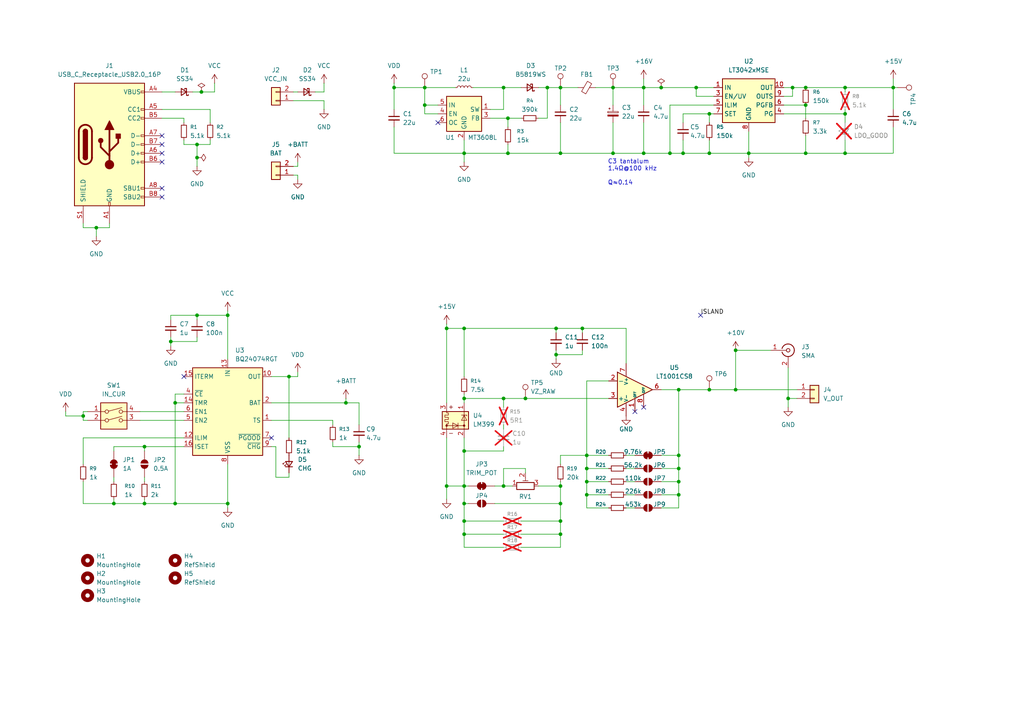
<source format=kicad_sch>
(kicad_sch
	(version 20250114)
	(generator "eeschema")
	(generator_version "9.0")
	(uuid "40d689c8-3e12-43dc-a795-c564ff8f7e42")
	(paper "A4")
	
	(text "C3 tantalum\n1.4Ω@100 kHz\n\nQ≈0.14"
		(exclude_from_sim no)
		(at 176.276 50.038 0)
		(effects
			(font
				(size 1.27 1.27)
			)
			(justify left)
		)
		(uuid "668dc8bc-5a40-4266-a915-f8d278505279")
	)
	(junction
		(at 49.53 99.06)
		(diameter 0)
		(color 0 0 0 0)
		(uuid "014739f6-0175-41ca-bd20-19f5eeffa10b")
	)
	(junction
		(at 57.15 91.44)
		(diameter 0)
		(color 0 0 0 0)
		(uuid "084d00ae-b643-403d-ad98-6861c3e1bdd0")
	)
	(junction
		(at 57.15 45.72)
		(diameter 0)
		(color 0 0 0 0)
		(uuid "179093de-c087-4918-80e9-06c902efb5ae")
	)
	(junction
		(at 50.8 116.84)
		(diameter 0)
		(color 0 0 0 0)
		(uuid "1ad379f5-e8e0-47b9-b20e-dd349f9fb133")
	)
	(junction
		(at 146.05 140.97)
		(diameter 0)
		(color 0 0 0 0)
		(uuid "1c71b041-7b0b-465d-8858-92c7ba9d0f33")
	)
	(junction
		(at 104.14 129.54)
		(diameter 0)
		(color 0 0 0 0)
		(uuid "1d0f0be0-dddc-4d29-9bce-a5161b18d390")
	)
	(junction
		(at 123.19 30.48)
		(diameter 0)
		(color 0 0 0 0)
		(uuid "1ec4a55f-2ebe-408b-a5aa-7cb7e1d0fa18")
	)
	(junction
		(at 146.05 25.4)
		(diameter 0)
		(color 0 0 0 0)
		(uuid "1f69592f-d4a5-4f57-8065-c5076cb1f970")
	)
	(junction
		(at 134.62 115.57)
		(diameter 0)
		(color 0 0 0 0)
		(uuid "2de910b9-163d-4ecc-9c11-3bb1db0157b2")
	)
	(junction
		(at 114.3 25.4)
		(diameter 0)
		(color 0 0 0 0)
		(uuid "2e8535e0-5658-43d8-974a-9ef74ea29ed0")
	)
	(junction
		(at 213.36 113.03)
		(diameter 0)
		(color 0 0 0 0)
		(uuid "38d4ab8a-4916-4e56-9fcd-8e6985e62223")
	)
	(junction
		(at 41.91 129.54)
		(diameter 0)
		(color 0 0 0 0)
		(uuid "39568e96-ec88-4f25-8ae9-c9e821474cc2")
	)
	(junction
		(at 196.85 139.7)
		(diameter 0)
		(color 0 0 0 0)
		(uuid "398d0644-96d5-4f15-8560-a95910d59ad8")
	)
	(junction
		(at 162.56 25.4)
		(diameter 0)
		(color 0 0 0 0)
		(uuid "39b0be07-2b93-416c-aaf6-eb8821af8e69")
	)
	(junction
		(at 186.69 25.4)
		(diameter 0)
		(color 0 0 0 0)
		(uuid "3edb1da0-c947-4036-b072-545b2efcac40")
	)
	(junction
		(at 201.93 25.4)
		(diameter 0)
		(color 0 0 0 0)
		(uuid "4049960a-07d7-4dd6-890b-a4c68fc24466")
	)
	(junction
		(at 245.11 25.4)
		(diameter 0)
		(color 0 0 0 0)
		(uuid "424ed2ff-e5c5-4770-b629-04bc4e51444a")
	)
	(junction
		(at 170.18 143.51)
		(diameter 0)
		(color 0 0 0 0)
		(uuid "42f9b3dd-028c-43d9-97f1-136817ae9cd9")
	)
	(junction
		(at 83.82 109.22)
		(diameter 0)
		(color 0 0 0 0)
		(uuid "44ced88f-b976-4680-9de6-ffeada6d1ea4")
	)
	(junction
		(at 161.29 102.87)
		(diameter 0)
		(color 0 0 0 0)
		(uuid "471e1703-4a0e-40a3-9174-8c2e2f6ae7cf")
	)
	(junction
		(at 205.74 33.02)
		(diameter 0)
		(color 0 0 0 0)
		(uuid "489e03ce-02bf-4692-8248-10ea64bd778f")
	)
	(junction
		(at 24.13 120.65)
		(diameter 0)
		(color 0 0 0 0)
		(uuid "4ba79992-a82e-4fcd-b4f1-1bf55dc428cd")
	)
	(junction
		(at 162.56 44.45)
		(diameter 0)
		(color 0 0 0 0)
		(uuid "4ce1de43-f023-41da-8576-0730c8b84f7a")
	)
	(junction
		(at 196.85 132.08)
		(diameter 0)
		(color 0 0 0 0)
		(uuid "4f467b31-3735-4fbb-8c3b-2b6489eb5926")
	)
	(junction
		(at 177.8 25.4)
		(diameter 0)
		(color 0 0 0 0)
		(uuid "500f32d5-cea4-4955-b47a-599f97d48b9a")
	)
	(junction
		(at 205.74 113.03)
		(diameter 0)
		(color 0 0 0 0)
		(uuid "50f17047-aaa7-40cb-82c0-07ae8132897c")
	)
	(junction
		(at 41.91 146.05)
		(diameter 0)
		(color 0 0 0 0)
		(uuid "54011e98-a7c0-49fd-8749-c525eea84ac4")
	)
	(junction
		(at 259.08 25.4)
		(diameter 0)
		(color 0 0 0 0)
		(uuid "5c9d3d6b-a7be-4f5c-b42e-7e4db7212d6f")
	)
	(junction
		(at 168.91 95.25)
		(diameter 0)
		(color 0 0 0 0)
		(uuid "5fb977a9-77d5-4240-ba6f-4527d3ff3c7d")
	)
	(junction
		(at 198.12 44.45)
		(diameter 0)
		(color 0 0 0 0)
		(uuid "61fda276-8f90-4f94-b143-015848df1754")
	)
	(junction
		(at 162.56 154.94)
		(diameter 0)
		(color 0 0 0 0)
		(uuid "63aecf52-db4c-4afc-82b0-ae8ef3c20144")
	)
	(junction
		(at 196.85 113.03)
		(diameter 0)
		(color 0 0 0 0)
		(uuid "6ccb8b20-8b7d-4f44-bab7-cb00baa501c0")
	)
	(junction
		(at 170.18 135.89)
		(diameter 0)
		(color 0 0 0 0)
		(uuid "6db70806-faa2-4c38-9327-b7979c347a69")
	)
	(junction
		(at 170.18 139.7)
		(diameter 0)
		(color 0 0 0 0)
		(uuid "72b40464-c649-4bd0-aa0a-bba8afed36f5")
	)
	(junction
		(at 134.62 44.45)
		(diameter 0)
		(color 0 0 0 0)
		(uuid "7422c8fc-f681-46fd-a058-a2714686be94")
	)
	(junction
		(at 123.19 25.4)
		(diameter 0)
		(color 0 0 0 0)
		(uuid "788d1c41-967e-479d-8682-48c2eaee450b")
	)
	(junction
		(at 33.02 146.05)
		(diameter 0)
		(color 0 0 0 0)
		(uuid "789e6dc3-6639-4dfc-a11b-af17cfe765c6")
	)
	(junction
		(at 177.8 44.45)
		(diameter 0)
		(color 0 0 0 0)
		(uuid "7f7ceb28-463d-403e-bb2b-e9c754c6b01c")
	)
	(junction
		(at 186.69 44.45)
		(diameter 0)
		(color 0 0 0 0)
		(uuid "8e60d5d4-6cf2-46dc-800d-b5f4be443fb6")
	)
	(junction
		(at 58.42 26.67)
		(diameter 0)
		(color 0 0 0 0)
		(uuid "95068109-ae60-4596-847e-c5d21cf700f3")
	)
	(junction
		(at 66.04 146.05)
		(diameter 0)
		(color 0 0 0 0)
		(uuid "9809bb76-c78d-4e04-8c7d-91094fb16a6f")
	)
	(junction
		(at 134.62 140.97)
		(diameter 0)
		(color 0 0 0 0)
		(uuid "9e44fabc-cafd-439c-b14d-8ebe9c9b702a")
	)
	(junction
		(at 134.62 95.25)
		(diameter 0)
		(color 0 0 0 0)
		(uuid "a0c7a5c6-ce13-4727-b27f-435795055c9f")
	)
	(junction
		(at 196.85 143.51)
		(diameter 0)
		(color 0 0 0 0)
		(uuid "a5669d46-4ea2-4123-aadb-5c44ffe664ae")
	)
	(junction
		(at 129.54 140.97)
		(diameter 0)
		(color 0 0 0 0)
		(uuid "a9a4c45e-32dc-4fab-9909-958d01540a00")
	)
	(junction
		(at 129.54 95.25)
		(diameter 0)
		(color 0 0 0 0)
		(uuid "ab399757-8681-4e7f-9205-4544c4c5f402")
	)
	(junction
		(at 134.62 146.05)
		(diameter 0)
		(color 0 0 0 0)
		(uuid "ad2729b3-9b5e-49ae-97b9-af4f4b261f34")
	)
	(junction
		(at 233.68 30.48)
		(diameter 0)
		(color 0 0 0 0)
		(uuid "b82ede53-90ed-48d1-bea9-4104f379afc5")
	)
	(junction
		(at 134.62 130.81)
		(diameter 0)
		(color 0 0 0 0)
		(uuid "ba055c06-dcba-4b9a-aa5f-e9cb3c1351dd")
	)
	(junction
		(at 134.62 154.94)
		(diameter 0)
		(color 0 0 0 0)
		(uuid "c005f72b-ea33-49e6-a269-71f139290428")
	)
	(junction
		(at 147.32 44.45)
		(diameter 0)
		(color 0 0 0 0)
		(uuid "c2a959d5-b238-4b84-a15a-acb315cd15cc")
	)
	(junction
		(at 196.85 135.89)
		(diameter 0)
		(color 0 0 0 0)
		(uuid "c605e4f3-78bf-42e5-937f-4f8193be3595")
	)
	(junction
		(at 229.87 25.4)
		(diameter 0)
		(color 0 0 0 0)
		(uuid "c67d1f79-37e6-4f72-af4b-5cf950baacfa")
	)
	(junction
		(at 100.33 116.84)
		(diameter 0)
		(color 0 0 0 0)
		(uuid "c6f4c636-6e2f-43f1-84e8-8ae9db8282e8")
	)
	(junction
		(at 158.75 25.4)
		(diameter 0)
		(color 0 0 0 0)
		(uuid "c833f550-0573-4880-86f0-9e295e939892")
	)
	(junction
		(at 147.32 34.29)
		(diameter 0)
		(color 0 0 0 0)
		(uuid "c94d0cc9-6bc1-4754-bd28-65de53e10426")
	)
	(junction
		(at 205.74 44.45)
		(diameter 0)
		(color 0 0 0 0)
		(uuid "cf41cdf7-fde7-432f-99eb-16323cc55702")
	)
	(junction
		(at 162.56 151.13)
		(diameter 0)
		(color 0 0 0 0)
		(uuid "cfa1b7ef-057d-4c45-81d5-6d67a64d5645")
	)
	(junction
		(at 233.68 44.45)
		(diameter 0)
		(color 0 0 0 0)
		(uuid "d2ac517b-e4d1-451b-88d6-ce79ab342103")
	)
	(junction
		(at 170.18 132.08)
		(diameter 0)
		(color 0 0 0 0)
		(uuid "d389412d-44a5-4412-8ce4-580253783f8e")
	)
	(junction
		(at 57.15 41.91)
		(diameter 0)
		(color 0 0 0 0)
		(uuid "d48daa3f-b6ad-4771-b5e8-58d8cb01f2d5")
	)
	(junction
		(at 213.36 101.6)
		(diameter 0)
		(color 0 0 0 0)
		(uuid "d5f3c88e-bbcf-4b8c-ac85-28b8ae20dce0")
	)
	(junction
		(at 191.77 25.4)
		(diameter 0)
		(color 0 0 0 0)
		(uuid "d730ba73-66bb-4a3b-b4ce-ff63e1fe34cc")
	)
	(junction
		(at 245.11 44.45)
		(diameter 0)
		(color 0 0 0 0)
		(uuid "d9fb22a0-b980-4cca-9e44-4b65bf43a1bd")
	)
	(junction
		(at 162.56 140.97)
		(diameter 0)
		(color 0 0 0 0)
		(uuid "dac70e15-0258-4b22-afe9-a468a9a0852d")
	)
	(junction
		(at 146.05 115.57)
		(diameter 0)
		(color 0 0 0 0)
		(uuid "dddb2ce7-32ce-459b-bdd6-1c1e71e12a65")
	)
	(junction
		(at 134.62 151.13)
		(diameter 0)
		(color 0 0 0 0)
		(uuid "e10a54d8-01ae-4f4f-afb7-4caef7bf54b0")
	)
	(junction
		(at 152.4 115.57)
		(diameter 0)
		(color 0 0 0 0)
		(uuid "e21d11a5-c3eb-4f94-b961-7a035f1b8129")
	)
	(junction
		(at 228.6 115.57)
		(diameter 0)
		(color 0 0 0 0)
		(uuid "e26f6635-c464-49e3-a6f6-6ac91aa9ce0c")
	)
	(junction
		(at 50.8 146.05)
		(diameter 0)
		(color 0 0 0 0)
		(uuid "e55069ca-e2d5-4bff-ae81-96a8085d85a0")
	)
	(junction
		(at 217.17 44.45)
		(diameter 0)
		(color 0 0 0 0)
		(uuid "e754bd3d-9ace-4913-a67d-da5071b901c8")
	)
	(junction
		(at 66.04 91.44)
		(diameter 0)
		(color 0 0 0 0)
		(uuid "e99bd449-aeec-4694-b526-8e54bf51b7ee")
	)
	(junction
		(at 233.68 25.4)
		(diameter 0)
		(color 0 0 0 0)
		(uuid "ea9ec552-48b1-4162-9adb-202d6bd9a8db")
	)
	(junction
		(at 161.29 95.25)
		(diameter 0)
		(color 0 0 0 0)
		(uuid "ee11cb70-fe3c-4bbe-82d6-a97a1765daa8")
	)
	(junction
		(at 162.56 146.05)
		(diameter 0)
		(color 0 0 0 0)
		(uuid "f08c7d58-f24a-4283-8e5c-a7c2240a170f")
	)
	(junction
		(at 245.11 33.02)
		(diameter 0)
		(color 0 0 0 0)
		(uuid "f20369fc-afb2-4ef0-9153-8d63cde710f5")
	)
	(junction
		(at 194.31 44.45)
		(diameter 0)
		(color 0 0 0 0)
		(uuid "f679b8e7-6f13-4987-95f3-ac4aa8091e54")
	)
	(junction
		(at 27.94 66.04)
		(diameter 0)
		(color 0 0 0 0)
		(uuid "f9645379-6af6-49d2-a4ef-f266a7fdebc0")
	)
	(no_connect
		(at 46.99 54.61)
		(uuid "00fce185-45f6-44dc-8d67-f53adbec9c98")
	)
	(no_connect
		(at 46.99 39.37)
		(uuid "40735f8c-bc42-490c-99d6-c49204c60540")
	)
	(no_connect
		(at 127 35.56)
		(uuid "5125df8f-7879-4e7b-b701-1ffec570c459")
	)
	(no_connect
		(at 46.99 57.15)
		(uuid "764138aa-881b-4abd-92c8-bf27014ed9d6")
	)
	(no_connect
		(at 184.15 119.38)
		(uuid "84ae1687-1c5d-4f37-8796-5bee11093804")
	)
	(no_connect
		(at 46.99 44.45)
		(uuid "8cf58920-3770-4970-847e-c6e1979ca39a")
	)
	(no_connect
		(at 46.99 41.91)
		(uuid "9531c971-7e8f-4638-9b92-70caca6339ed")
	)
	(no_connect
		(at 46.99 46.99)
		(uuid "962d3918-6111-4d85-9fa0-b7e26d96a7b6")
	)
	(no_connect
		(at 203.2 91.44)
		(uuid "ba215974-4266-40a5-a201-2cf5deef782c")
	)
	(no_connect
		(at 186.69 118.11)
		(uuid "bc6b02f0-801e-4c75-b37d-c3c396134dfd")
	)
	(no_connect
		(at 78.74 127)
		(uuid "da4ce5cb-adcc-48a7-8aac-3e5083a20b53")
	)
	(no_connect
		(at 53.34 109.22)
		(uuid "f34f8a90-8540-4fbb-a1f1-c124feaa8440")
	)
	(wire
		(pts
			(xy 162.56 35.56) (xy 162.56 44.45)
		)
		(stroke
			(width 0)
			(type default)
		)
		(uuid "009cf117-e23f-4c7e-941b-7fc9defab4d2")
	)
	(wire
		(pts
			(xy 137.16 25.4) (xy 146.05 25.4)
		)
		(stroke
			(width 0)
			(type default)
		)
		(uuid "00a482bc-8f5d-4ef8-a66f-26b1cd1b8f74")
	)
	(wire
		(pts
			(xy 217.17 45.72) (xy 217.17 44.45)
		)
		(stroke
			(width 0)
			(type default)
		)
		(uuid "010891a6-f210-41e1-891e-5759cf88726e")
	)
	(wire
		(pts
			(xy 170.18 110.49) (xy 170.18 132.08)
		)
		(stroke
			(width 0)
			(type default)
		)
		(uuid "01933143-85f6-4e79-acb4-f564075a7bf8")
	)
	(wire
		(pts
			(xy 49.53 91.44) (xy 57.15 91.44)
		)
		(stroke
			(width 0)
			(type default)
		)
		(uuid "04882085-6669-4099-ad75-af177a9df89e")
	)
	(wire
		(pts
			(xy 78.74 116.84) (xy 100.33 116.84)
		)
		(stroke
			(width 0)
			(type default)
		)
		(uuid "04fa152d-19c8-4b42-af26-0e72ea15f382")
	)
	(wire
		(pts
			(xy 233.68 25.4) (xy 245.11 25.4)
		)
		(stroke
			(width 0)
			(type default)
		)
		(uuid "059e4983-0ede-4d54-bc2b-e3fa91c73873")
	)
	(wire
		(pts
			(xy 57.15 91.44) (xy 66.04 91.44)
		)
		(stroke
			(width 0)
			(type default)
		)
		(uuid "05d3238f-8343-424d-b37a-61f2392d6d56")
	)
	(wire
		(pts
			(xy 24.13 139.7) (xy 24.13 146.05)
		)
		(stroke
			(width 0)
			(type default)
		)
		(uuid "05d7a5bd-e704-42c0-a391-63530e9f2aa5")
	)
	(wire
		(pts
			(xy 147.32 34.29) (xy 151.13 34.29)
		)
		(stroke
			(width 0)
			(type default)
		)
		(uuid "065eeaa4-4cef-4673-aae3-74577ac437e7")
	)
	(wire
		(pts
			(xy 191.77 139.7) (xy 196.85 139.7)
		)
		(stroke
			(width 0)
			(type default)
		)
		(uuid "078a2c77-c3c1-42b2-8803-1845912131b6")
	)
	(wire
		(pts
			(xy 127 30.48) (xy 123.19 30.48)
		)
		(stroke
			(width 0)
			(type default)
		)
		(uuid "08ebfeb5-1794-40d5-907d-6250f284a813")
	)
	(wire
		(pts
			(xy 57.15 45.72) (xy 57.15 48.26)
		)
		(stroke
			(width 0)
			(type default)
		)
		(uuid "0a2c1a87-6c02-4e0f-96d0-7cbc52cd4ce0")
	)
	(wire
		(pts
			(xy 207.01 33.02) (xy 205.74 33.02)
		)
		(stroke
			(width 0)
			(type default)
		)
		(uuid "0bb646a8-2402-4c76-a9b1-0c292dd707b9")
	)
	(wire
		(pts
			(xy 129.54 144.78) (xy 129.54 140.97)
		)
		(stroke
			(width 0)
			(type default)
		)
		(uuid "0d7a5c4b-f308-4440-895b-558aab6c6473")
	)
	(wire
		(pts
			(xy 227.33 33.02) (xy 245.11 33.02)
		)
		(stroke
			(width 0)
			(type default)
		)
		(uuid "0ef7f11f-f97a-45dc-a043-68aad90a5c34")
	)
	(wire
		(pts
			(xy 53.34 41.91) (xy 57.15 41.91)
		)
		(stroke
			(width 0)
			(type default)
		)
		(uuid "13cd188a-49b2-4b7d-bee6-491eb7f2b6e7")
	)
	(wire
		(pts
			(xy 33.02 139.7) (xy 33.02 138.43)
		)
		(stroke
			(width 0)
			(type default)
		)
		(uuid "13d25d58-e376-4d2d-af25-d54f1453a54f")
	)
	(wire
		(pts
			(xy 41.91 146.05) (xy 50.8 146.05)
		)
		(stroke
			(width 0)
			(type default)
		)
		(uuid "16d485f8-15e0-4451-b0b8-a487a8f199e0")
	)
	(wire
		(pts
			(xy 24.13 64.77) (xy 24.13 66.04)
		)
		(stroke
			(width 0)
			(type default)
		)
		(uuid "16d4988b-9720-4879-a5e3-48a43a82536b")
	)
	(wire
		(pts
			(xy 191.77 113.03) (xy 196.85 113.03)
		)
		(stroke
			(width 0)
			(type default)
		)
		(uuid "171c8063-85ee-4d75-a5cc-612eb1886925")
	)
	(wire
		(pts
			(xy 41.91 129.54) (xy 41.91 130.81)
		)
		(stroke
			(width 0)
			(type default)
		)
		(uuid "188e5cba-878c-4f7b-9ce5-119cfaf1630f")
	)
	(wire
		(pts
			(xy 19.05 120.65) (xy 24.13 120.65)
		)
		(stroke
			(width 0)
			(type default)
		)
		(uuid "1904d3ed-46b2-47bd-b934-953ec07ed735")
	)
	(wire
		(pts
			(xy 198.12 33.02) (xy 205.74 33.02)
		)
		(stroke
			(width 0)
			(type default)
		)
		(uuid "199c624f-3c6f-4e79-bb34-58a98ed10569")
	)
	(wire
		(pts
			(xy 123.19 25.4) (xy 132.08 25.4)
		)
		(stroke
			(width 0)
			(type default)
		)
		(uuid "19d378e1-f23a-4fff-a5e2-9f25fc4b09da")
	)
	(wire
		(pts
			(xy 181.61 139.7) (xy 184.15 139.7)
		)
		(stroke
			(width 0)
			(type default)
		)
		(uuid "19f8b8a2-8700-4c2e-bd87-d805a72623df")
	)
	(wire
		(pts
			(xy 24.13 119.38) (xy 25.4 119.38)
		)
		(stroke
			(width 0)
			(type default)
		)
		(uuid "1c123cfd-7af5-46db-98a2-e84bf52afae7")
	)
	(wire
		(pts
			(xy 86.36 50.8) (xy 86.36 52.07)
		)
		(stroke
			(width 0)
			(type default)
		)
		(uuid "1eb29223-5e86-48c5-ae2c-f45050575b59")
	)
	(wire
		(pts
			(xy 134.62 140.97) (xy 129.54 140.97)
		)
		(stroke
			(width 0)
			(type default)
		)
		(uuid "1f6b7f50-7cac-4efe-bf5e-2fbe8cb32862")
	)
	(wire
		(pts
			(xy 205.74 44.45) (xy 217.17 44.45)
		)
		(stroke
			(width 0)
			(type default)
		)
		(uuid "20ba5ca5-5cb1-41dc-8a80-142b54421ef1")
	)
	(wire
		(pts
			(xy 53.34 34.29) (xy 53.34 35.56)
		)
		(stroke
			(width 0)
			(type default)
		)
		(uuid "20bf125f-548b-4802-89a3-1a69ba065856")
	)
	(wire
		(pts
			(xy 55.88 26.67) (xy 58.42 26.67)
		)
		(stroke
			(width 0)
			(type default)
		)
		(uuid "247eebe6-bf9c-4ef9-b219-b6da1e38bc62")
	)
	(wire
		(pts
			(xy 231.14 115.57) (xy 228.6 115.57)
		)
		(stroke
			(width 0)
			(type default)
		)
		(uuid "2510964e-ab80-42e5-8c03-fe41ed715eb0")
	)
	(wire
		(pts
			(xy 142.24 34.29) (xy 147.32 34.29)
		)
		(stroke
			(width 0)
			(type default)
		)
		(uuid "2540705c-da55-4118-858f-3f59ccdf842b")
	)
	(wire
		(pts
			(xy 129.54 95.25) (xy 129.54 116.84)
		)
		(stroke
			(width 0)
			(type default)
		)
		(uuid "25dc6062-684f-4c7f-9510-186ea4871615")
	)
	(wire
		(pts
			(xy 33.02 129.54) (xy 41.91 129.54)
		)
		(stroke
			(width 0)
			(type default)
		)
		(uuid "28b25e64-526c-4839-8b1e-cf6406197590")
	)
	(wire
		(pts
			(xy 53.34 127) (xy 24.13 127)
		)
		(stroke
			(width 0)
			(type default)
		)
		(uuid "2d99f716-c68f-457f-88cb-8e60a0d3ad98")
	)
	(wire
		(pts
			(xy 134.62 130.81) (xy 134.62 140.97)
		)
		(stroke
			(width 0)
			(type default)
		)
		(uuid "2e091ef1-5553-4392-9c0b-68b197fb07f1")
	)
	(wire
		(pts
			(xy 181.61 135.89) (xy 184.15 135.89)
		)
		(stroke
			(width 0)
			(type default)
		)
		(uuid "2eac281a-fbb9-4e96-b4de-065e2257f64c")
	)
	(wire
		(pts
			(xy 168.91 102.87) (xy 161.29 102.87)
		)
		(stroke
			(width 0)
			(type default)
		)
		(uuid "2ef7ac94-1fcc-4d74-9b11-9aab61837503")
	)
	(wire
		(pts
			(xy 213.36 101.6) (xy 223.52 101.6)
		)
		(stroke
			(width 0)
			(type default)
		)
		(uuid "2f55b7ee-fcd1-4572-ab1a-c926acb44888")
	)
	(wire
		(pts
			(xy 24.13 127) (xy 24.13 134.62)
		)
		(stroke
			(width 0)
			(type default)
		)
		(uuid "2f65ebdd-f06c-4012-99a1-b8b2542567ab")
	)
	(wire
		(pts
			(xy 143.51 140.97) (xy 146.05 140.97)
		)
		(stroke
			(width 0)
			(type default)
		)
		(uuid "31022717-ef90-4c22-b8e6-366ef1d2a4c7")
	)
	(wire
		(pts
			(xy 41.91 144.78) (xy 41.91 146.05)
		)
		(stroke
			(width 0)
			(type default)
		)
		(uuid "31e8f257-c0ab-428f-be9b-3c24ed85feb0")
	)
	(wire
		(pts
			(xy 60.96 41.91) (xy 57.15 41.91)
		)
		(stroke
			(width 0)
			(type default)
		)
		(uuid "31f9cbef-bcf3-4cb3-ac89-9779cd964400")
	)
	(wire
		(pts
			(xy 114.3 36.83) (xy 114.3 44.45)
		)
		(stroke
			(width 0)
			(type default)
		)
		(uuid "332325e5-bb8d-47ba-911d-25d790faddbe")
	)
	(wire
		(pts
			(xy 24.13 146.05) (xy 33.02 146.05)
		)
		(stroke
			(width 0)
			(type default)
		)
		(uuid "3353e458-7454-4f2e-99c4-1c10c7d89cd2")
	)
	(wire
		(pts
			(xy 93.98 26.67) (xy 91.44 26.67)
		)
		(stroke
			(width 0)
			(type default)
		)
		(uuid "342603c2-6e60-4ba0-ba2a-c3e75a44b192")
	)
	(wire
		(pts
			(xy 245.11 33.02) (xy 245.11 31.75)
		)
		(stroke
			(width 0)
			(type default)
		)
		(uuid "344520f7-23c7-4c0f-bc4c-bc4220e1d1ba")
	)
	(wire
		(pts
			(xy 86.36 109.22) (xy 83.82 109.22)
		)
		(stroke
			(width 0)
			(type default)
		)
		(uuid "3562d9a0-d830-4d28-98da-899dcf2802c4")
	)
	(wire
		(pts
			(xy 229.87 27.94) (xy 229.87 25.4)
		)
		(stroke
			(width 0)
			(type default)
		)
		(uuid "379d0f5a-fe1d-4a06-82f8-5ed3b01654d8")
	)
	(wire
		(pts
			(xy 151.13 154.94) (xy 162.56 154.94)
		)
		(stroke
			(width 0)
			(type default)
		)
		(uuid "3ba9d612-6548-4f14-ae1b-48da54b547f2")
	)
	(wire
		(pts
			(xy 33.02 130.81) (xy 33.02 129.54)
		)
		(stroke
			(width 0)
			(type default)
		)
		(uuid "3c5f744d-d225-462d-8645-78c64c2701c8")
	)
	(wire
		(pts
			(xy 194.31 44.45) (xy 198.12 44.45)
		)
		(stroke
			(width 0)
			(type default)
		)
		(uuid "3d5996b2-b551-474e-8603-efd9ed402d36")
	)
	(wire
		(pts
			(xy 177.8 25.4) (xy 186.69 25.4)
		)
		(stroke
			(width 0)
			(type default)
		)
		(uuid "3f528c56-7f2f-47f8-8b49-541802042725")
	)
	(wire
		(pts
			(xy 168.91 95.25) (xy 181.61 95.25)
		)
		(stroke
			(width 0)
			(type default)
		)
		(uuid "404afe38-7ee8-4659-b529-c5c02e9e0a7f")
	)
	(wire
		(pts
			(xy 170.18 139.7) (xy 170.18 143.51)
		)
		(stroke
			(width 0)
			(type default)
		)
		(uuid "408bd018-83bd-48e6-af17-9ee0ee6b00d8")
	)
	(wire
		(pts
			(xy 162.56 44.45) (xy 177.8 44.45)
		)
		(stroke
			(width 0)
			(type default)
		)
		(uuid "40e07c41-5070-4556-ab90-8175c8cc3c52")
	)
	(wire
		(pts
			(xy 191.77 132.08) (xy 196.85 132.08)
		)
		(stroke
			(width 0)
			(type default)
		)
		(uuid "42bd10d2-e29f-4621-940b-498da865b60b")
	)
	(wire
		(pts
			(xy 146.05 140.97) (xy 148.59 140.97)
		)
		(stroke
			(width 0)
			(type default)
		)
		(uuid "43f8d877-8aab-48b2-bb38-c52ffb0042b8")
	)
	(wire
		(pts
			(xy 162.56 25.4) (xy 167.64 25.4)
		)
		(stroke
			(width 0)
			(type default)
		)
		(uuid "45b3c492-da72-4f11-9ec9-9180d04f9386")
	)
	(wire
		(pts
			(xy 146.05 135.89) (xy 146.05 140.97)
		)
		(stroke
			(width 0)
			(type default)
		)
		(uuid "48ccbded-eadd-4925-bdc0-54524b005e47")
	)
	(wire
		(pts
			(xy 80.01 138.43) (xy 83.82 138.43)
		)
		(stroke
			(width 0)
			(type default)
		)
		(uuid "4a44b450-0472-44f4-940a-aa1fa5d6b3bf")
	)
	(wire
		(pts
			(xy 134.62 109.22) (xy 134.62 95.25)
		)
		(stroke
			(width 0)
			(type default)
		)
		(uuid "4c043a9e-58c4-49fc-982f-80e94b504d75")
	)
	(wire
		(pts
			(xy 233.68 30.48) (xy 233.68 34.29)
		)
		(stroke
			(width 0)
			(type default)
		)
		(uuid "4d18fc26-cfba-451e-8805-dadc7e0299ea")
	)
	(wire
		(pts
			(xy 123.19 33.02) (xy 123.19 30.48)
		)
		(stroke
			(width 0)
			(type default)
		)
		(uuid "4d903c91-aa76-4324-b56e-fe94d15bf699")
	)
	(wire
		(pts
			(xy 198.12 40.64) (xy 198.12 44.45)
		)
		(stroke
			(width 0)
			(type default)
		)
		(uuid "4eab573d-d80a-41ca-ab7e-fd96be4565e6")
	)
	(wire
		(pts
			(xy 151.13 158.75) (xy 162.56 158.75)
		)
		(stroke
			(width 0)
			(type default)
		)
		(uuid "4fba89bc-a145-456a-8978-2d17e29951db")
	)
	(wire
		(pts
			(xy 134.62 158.75) (xy 146.05 158.75)
		)
		(stroke
			(width 0)
			(type default)
		)
		(uuid "5086f410-0c90-4cee-8cc1-12cb48b595cb")
	)
	(wire
		(pts
			(xy 191.77 143.51) (xy 196.85 143.51)
		)
		(stroke
			(width 0)
			(type default)
		)
		(uuid "51d0783c-8331-4018-931e-25188f447895")
	)
	(wire
		(pts
			(xy 49.53 97.79) (xy 49.53 99.06)
		)
		(stroke
			(width 0)
			(type default)
		)
		(uuid "522058c2-78cf-4b65-93c9-f3e04d9606e0")
	)
	(wire
		(pts
			(xy 60.96 40.64) (xy 60.96 41.91)
		)
		(stroke
			(width 0)
			(type default)
		)
		(uuid "54a4b250-9ea5-4ac2-a8d9-039daf449b16")
	)
	(wire
		(pts
			(xy 129.54 93.98) (xy 129.54 95.25)
		)
		(stroke
			(width 0)
			(type default)
		)
		(uuid "54b63162-c4bc-4607-ba0a-d16eaf773191")
	)
	(wire
		(pts
			(xy 198.12 35.56) (xy 198.12 33.02)
		)
		(stroke
			(width 0)
			(type default)
		)
		(uuid "551208c9-2c58-4993-809a-7b6a00fdb621")
	)
	(wire
		(pts
			(xy 147.32 34.29) (xy 147.32 36.83)
		)
		(stroke
			(width 0)
			(type default)
		)
		(uuid "576c4b57-e629-42f1-92db-7d3300c04d6e")
	)
	(wire
		(pts
			(xy 49.53 92.71) (xy 49.53 91.44)
		)
		(stroke
			(width 0)
			(type default)
		)
		(uuid "58bfbe64-60fb-4a37-8d50-77a6a5a3962a")
	)
	(wire
		(pts
			(xy 201.93 25.4) (xy 207.01 25.4)
		)
		(stroke
			(width 0)
			(type default)
		)
		(uuid "58fb57a1-fcda-44fb-a99c-9cd84c6ed76b")
	)
	(wire
		(pts
			(xy 162.56 132.08) (xy 170.18 132.08)
		)
		(stroke
			(width 0)
			(type default)
		)
		(uuid "59634e04-b3ea-4ec4-8cc1-8c951c2b937d")
	)
	(wire
		(pts
			(xy 259.08 44.45) (xy 245.11 44.45)
		)
		(stroke
			(width 0)
			(type default)
		)
		(uuid "5baa7d26-455a-4e9e-befe-2b2bba9bdcff")
	)
	(wire
		(pts
			(xy 152.4 137.16) (xy 152.4 135.89)
		)
		(stroke
			(width 0)
			(type default)
		)
		(uuid "5be3df5b-fc75-4bd4-a547-107f017e44b8")
	)
	(wire
		(pts
			(xy 259.08 22.86) (xy 259.08 25.4)
		)
		(stroke
			(width 0)
			(type default)
		)
		(uuid "5d4d4858-854d-4c41-bc7d-8bacbde381d8")
	)
	(wire
		(pts
			(xy 259.08 36.83) (xy 259.08 44.45)
		)
		(stroke
			(width 0)
			(type default)
		)
		(uuid "5df9125d-a323-4ce0-8fed-6862f201d507")
	)
	(wire
		(pts
			(xy 186.69 30.48) (xy 186.69 25.4)
		)
		(stroke
			(width 0)
			(type default)
		)
		(uuid "5e074fc3-ddd1-44d6-bc0b-0f27da732381")
	)
	(wire
		(pts
			(xy 172.72 25.4) (xy 177.8 25.4)
		)
		(stroke
			(width 0)
			(type default)
		)
		(uuid "5f73b8ff-9eb2-4ac5-8731-b77ba8ca8e88")
	)
	(wire
		(pts
			(xy 147.32 44.45) (xy 134.62 44.45)
		)
		(stroke
			(width 0)
			(type default)
		)
		(uuid "5f7cb855-db42-4a50-8990-bbed32260cf4")
	)
	(wire
		(pts
			(xy 78.74 121.92) (xy 96.52 121.92)
		)
		(stroke
			(width 0)
			(type default)
		)
		(uuid "60ccd6cf-8b23-4206-9077-0f9338554bef")
	)
	(wire
		(pts
			(xy 158.75 25.4) (xy 162.56 25.4)
		)
		(stroke
			(width 0)
			(type default)
		)
		(uuid "625c023b-d8e8-46da-9c50-77eb8058f34b")
	)
	(wire
		(pts
			(xy 24.13 66.04) (xy 27.94 66.04)
		)
		(stroke
			(width 0)
			(type default)
		)
		(uuid "628cd159-2bf7-47c4-ab84-73771559db93")
	)
	(wire
		(pts
			(xy 57.15 97.79) (xy 57.15 99.06)
		)
		(stroke
			(width 0)
			(type default)
		)
		(uuid "62d31b25-510f-4b28-a269-a0936d6dd762")
	)
	(wire
		(pts
			(xy 57.15 99.06) (xy 49.53 99.06)
		)
		(stroke
			(width 0)
			(type default)
		)
		(uuid "63099b8e-37c3-41af-b05b-a22ff875bca8")
	)
	(wire
		(pts
			(xy 191.77 135.89) (xy 196.85 135.89)
		)
		(stroke
			(width 0)
			(type default)
		)
		(uuid "6384cfa9-d60a-4527-beb1-5a4427d85e50")
	)
	(wire
		(pts
			(xy 31.75 66.04) (xy 27.94 66.04)
		)
		(stroke
			(width 0)
			(type default)
		)
		(uuid "63999278-6b9c-49ec-9880-a302dea1f615")
	)
	(wire
		(pts
			(xy 162.56 140.97) (xy 156.21 140.97)
		)
		(stroke
			(width 0)
			(type default)
		)
		(uuid "64758e4e-6170-4d9c-ab1a-e058514208d8")
	)
	(wire
		(pts
			(xy 104.14 116.84) (xy 100.33 116.84)
		)
		(stroke
			(width 0)
			(type default)
		)
		(uuid "65edb0ad-f51f-4e52-9f36-65284599cb78")
	)
	(wire
		(pts
			(xy 46.99 34.29) (xy 53.34 34.29)
		)
		(stroke
			(width 0)
			(type default)
		)
		(uuid "6676a57c-1603-418c-8dbd-79d089652798")
	)
	(wire
		(pts
			(xy 104.14 129.54) (xy 104.14 132.08)
		)
		(stroke
			(width 0)
			(type default)
		)
		(uuid "67ca55b8-9acb-484a-88b9-a11fb46e8c16")
	)
	(wire
		(pts
			(xy 181.61 132.08) (xy 184.15 132.08)
		)
		(stroke
			(width 0)
			(type default)
		)
		(uuid "692784ad-a88a-407b-804e-f7dd38b92dbf")
	)
	(wire
		(pts
			(xy 78.74 129.54) (xy 80.01 129.54)
		)
		(stroke
			(width 0)
			(type default)
		)
		(uuid "698ba454-1d54-4154-bee4-b92943ef779b")
	)
	(wire
		(pts
			(xy 196.85 113.03) (xy 205.74 113.03)
		)
		(stroke
			(width 0)
			(type default)
		)
		(uuid "6a0b17aa-6057-464f-9f16-4c259ef97d5e")
	)
	(wire
		(pts
			(xy 161.29 96.52) (xy 161.29 95.25)
		)
		(stroke
			(width 0)
			(type default)
		)
		(uuid "6b64d7dd-9489-42df-b73a-cf80b4b98129")
	)
	(wire
		(pts
			(xy 227.33 27.94) (xy 229.87 27.94)
		)
		(stroke
			(width 0)
			(type default)
		)
		(uuid "6c03a87c-dce3-4afe-bded-7f159d4f7c71")
	)
	(wire
		(pts
			(xy 196.85 135.89) (xy 196.85 139.7)
		)
		(stroke
			(width 0)
			(type default)
		)
		(uuid "6c4854df-4e45-444f-9064-23e2a8f9130b")
	)
	(wire
		(pts
			(xy 24.13 120.65) (xy 24.13 119.38)
		)
		(stroke
			(width 0)
			(type default)
		)
		(uuid "6d001524-7b41-4741-9a7a-3f6dc9b4825a")
	)
	(wire
		(pts
			(xy 104.14 128.27) (xy 104.14 129.54)
		)
		(stroke
			(width 0)
			(type default)
		)
		(uuid "6d8446ba-3e0d-4e28-92e8-a1db85879a69")
	)
	(wire
		(pts
			(xy 260.35 25.4) (xy 259.08 25.4)
		)
		(stroke
			(width 0)
			(type default)
		)
		(uuid "6e7110b5-022c-4554-b04a-031dff529918")
	)
	(wire
		(pts
			(xy 194.31 30.48) (xy 194.31 44.45)
		)
		(stroke
			(width 0)
			(type default)
		)
		(uuid "6e8755bb-73fd-4fb3-aa26-dd4bb77a9f2f")
	)
	(wire
		(pts
			(xy 161.29 95.25) (xy 134.62 95.25)
		)
		(stroke
			(width 0)
			(type default)
		)
		(uuid "6eb6f756-d4aa-448d-bf49-fa564bbeafbe")
	)
	(wire
		(pts
			(xy 93.98 29.21) (xy 93.98 31.75)
		)
		(stroke
			(width 0)
			(type default)
		)
		(uuid "6ed02435-f0f0-4443-aacc-a731dab6dfa0")
	)
	(wire
		(pts
			(xy 58.42 26.67) (xy 62.23 26.67)
		)
		(stroke
			(width 0)
			(type default)
		)
		(uuid "6f486d08-53e8-4880-aa09-2daa21a52e3c")
	)
	(wire
		(pts
			(xy 46.99 31.75) (xy 60.96 31.75)
		)
		(stroke
			(width 0)
			(type default)
		)
		(uuid "712656fb-16e5-4fc9-aa71-c938d1fe2da2")
	)
	(wire
		(pts
			(xy 245.11 33.02) (xy 245.11 35.56)
		)
		(stroke
			(width 0)
			(type default)
		)
		(uuid "71533026-136a-43bc-a2db-73334cf24b9e")
	)
	(wire
		(pts
			(xy 162.56 158.75) (xy 162.56 154.94)
		)
		(stroke
			(width 0)
			(type default)
		)
		(uuid "71d21d6b-3bc2-470a-baaf-3e0598294a3e")
	)
	(wire
		(pts
			(xy 85.09 26.67) (xy 86.36 26.67)
		)
		(stroke
			(width 0)
			(type default)
		)
		(uuid "729beedb-09d2-4f96-83f8-3d588f8a0736")
	)
	(wire
		(pts
			(xy 213.36 113.03) (xy 213.36 101.6)
		)
		(stroke
			(width 0)
			(type default)
		)
		(uuid "7373fa56-9676-4876-bf04-a2a71dc3ef8f")
	)
	(wire
		(pts
			(xy 201.93 27.94) (xy 201.93 25.4)
		)
		(stroke
			(width 0)
			(type default)
		)
		(uuid "7565d224-ddfd-4d10-810a-9b2532d0fad0")
	)
	(wire
		(pts
			(xy 50.8 116.84) (xy 50.8 146.05)
		)
		(stroke
			(width 0)
			(type default)
		)
		(uuid "7650708f-4fb4-4366-aeb1-9ad868028caf")
	)
	(wire
		(pts
			(xy 46.99 26.67) (xy 50.8 26.67)
		)
		(stroke
			(width 0)
			(type default)
		)
		(uuid "76f524d9-6759-46e5-873b-3402174f6290")
	)
	(wire
		(pts
			(xy 57.15 41.91) (xy 57.15 45.72)
		)
		(stroke
			(width 0)
			(type default)
		)
		(uuid "7713c589-de26-4bfb-9ff6-4df206388c85")
	)
	(wire
		(pts
			(xy 233.68 39.37) (xy 233.68 44.45)
		)
		(stroke
			(width 0)
			(type default)
		)
		(uuid "78715611-fe2f-41ef-ad67-c5a80d0b9a0b")
	)
	(wire
		(pts
			(xy 177.8 44.45) (xy 186.69 44.45)
		)
		(stroke
			(width 0)
			(type default)
		)
		(uuid "7975dcab-d4a4-4530-8612-5b431dfaa4e9")
	)
	(wire
		(pts
			(xy 93.98 24.13) (xy 93.98 26.67)
		)
		(stroke
			(width 0)
			(type default)
		)
		(uuid "7aab5c26-ab90-4b12-9ca0-c55b968e6a96")
	)
	(wire
		(pts
			(xy 191.77 25.4) (xy 201.93 25.4)
		)
		(stroke
			(width 0)
			(type default)
		)
		(uuid "7b961596-bbb7-4ff2-95e9-1566cf5e350b")
	)
	(wire
		(pts
			(xy 245.11 40.64) (xy 245.11 44.45)
		)
		(stroke
			(width 0)
			(type default)
		)
		(uuid "7c53e029-6136-45ff-8b62-11da0a06df8a")
	)
	(wire
		(pts
			(xy 83.82 109.22) (xy 78.74 109.22)
		)
		(stroke
			(width 0)
			(type default)
		)
		(uuid "7cd67ac4-57f4-492e-a860-831dc383a68b")
	)
	(wire
		(pts
			(xy 177.8 25.4) (xy 177.8 30.48)
		)
		(stroke
			(width 0)
			(type default)
		)
		(uuid "7e89a347-c1ef-40d8-aea1-1e0e2913b21c")
	)
	(wire
		(pts
			(xy 161.29 101.6) (xy 161.29 102.87)
		)
		(stroke
			(width 0)
			(type default)
		)
		(uuid "7f7bce67-1025-41e7-bb95-7e1edc5e1454")
	)
	(wire
		(pts
			(xy 158.75 34.29) (xy 158.75 25.4)
		)
		(stroke
			(width 0)
			(type default)
		)
		(uuid "7fdef218-6a31-4058-9b29-a07b235074c2")
	)
	(wire
		(pts
			(xy 100.33 115.57) (xy 100.33 116.84)
		)
		(stroke
			(width 0)
			(type default)
		)
		(uuid "836e77ab-39cc-4ae5-99d2-6d469afcab2b")
	)
	(wire
		(pts
			(xy 134.62 154.94) (xy 134.62 158.75)
		)
		(stroke
			(width 0)
			(type default)
		)
		(uuid "84ca7128-fae7-45e6-b245-271b93cf2b1c")
	)
	(wire
		(pts
			(xy 198.12 44.45) (xy 205.74 44.45)
		)
		(stroke
			(width 0)
			(type default)
		)
		(uuid "863f7757-b747-47bb-8ed4-97487d62b223")
	)
	(wire
		(pts
			(xy 170.18 132.08) (xy 170.18 135.89)
		)
		(stroke
			(width 0)
			(type default)
		)
		(uuid "8744b0b9-2cb5-4c5e-ba5e-4e55ac7d5a84")
	)
	(wire
		(pts
			(xy 162.56 151.13) (xy 162.56 146.05)
		)
		(stroke
			(width 0)
			(type default)
		)
		(uuid "87f204e6-1847-43fc-8f25-ef013b88a890")
	)
	(wire
		(pts
			(xy 162.56 154.94) (xy 162.56 151.13)
		)
		(stroke
			(width 0)
			(type default)
		)
		(uuid "885d9244-0c6c-4947-bd82-c00ce0868ecb")
	)
	(wire
		(pts
			(xy 86.36 48.26) (xy 86.36 46.99)
		)
		(stroke
			(width 0)
			(type default)
		)
		(uuid "88acf44f-14ad-4d85-9bbe-dc890967893d")
	)
	(wire
		(pts
			(xy 127 33.02) (xy 123.19 33.02)
		)
		(stroke
			(width 0)
			(type default)
		)
		(uuid "891daa99-0e60-4b0e-a40e-d5671162d912")
	)
	(wire
		(pts
			(xy 53.34 40.64) (xy 53.34 41.91)
		)
		(stroke
			(width 0)
			(type default)
		)
		(uuid "8be093f6-91d4-4b42-8576-976f4b2d94ca")
	)
	(wire
		(pts
			(xy 233.68 44.45) (xy 245.11 44.45)
		)
		(stroke
			(width 0)
			(type default)
		)
		(uuid "8bfd6d15-e419-4d1e-bfd2-d5cea7030919")
	)
	(wire
		(pts
			(xy 162.56 139.7) (xy 162.56 140.97)
		)
		(stroke
			(width 0)
			(type default)
		)
		(uuid "8d0baa0a-a578-490e-a207-6373e8fea32b")
	)
	(wire
		(pts
			(xy 114.3 44.45) (xy 134.62 44.45)
		)
		(stroke
			(width 0)
			(type default)
		)
		(uuid "8d8ce977-ed54-4b96-a542-35bb40edf883")
	)
	(wire
		(pts
			(xy 259.08 25.4) (xy 245.11 25.4)
		)
		(stroke
			(width 0)
			(type default)
		)
		(uuid "90508284-292e-4e16-88fa-c049aa26bca7")
	)
	(wire
		(pts
			(xy 114.3 25.4) (xy 123.19 25.4)
		)
		(stroke
			(width 0)
			(type default)
		)
		(uuid "905df94b-13f7-47f3-91e5-98f20c8ba6a5")
	)
	(wire
		(pts
			(xy 217.17 38.1) (xy 217.17 44.45)
		)
		(stroke
			(width 0)
			(type default)
		)
		(uuid "912ac608-1708-4a20-b88b-635c5fe75a52")
	)
	(wire
		(pts
			(xy 104.14 116.84) (xy 104.14 123.19)
		)
		(stroke
			(width 0)
			(type default)
		)
		(uuid "930e894c-315d-45c1-bfe7-6a3e844a0f88")
	)
	(wire
		(pts
			(xy 33.02 144.78) (xy 33.02 146.05)
		)
		(stroke
			(width 0)
			(type default)
		)
		(uuid "95c355ca-fc20-48f6-9d09-5ab448e50618")
	)
	(wire
		(pts
			(xy 134.62 130.81) (xy 146.05 130.81)
		)
		(stroke
			(width 0)
			(type default)
		)
		(uuid "95c53430-2366-445f-b110-cc0f130811e0")
	)
	(wire
		(pts
			(xy 53.34 114.3) (xy 50.8 114.3)
		)
		(stroke
			(width 0)
			(type default)
		)
		(uuid "97846049-3d4a-4017-88af-5b3818a9ae70")
	)
	(wire
		(pts
			(xy 194.31 30.48) (xy 207.01 30.48)
		)
		(stroke
			(width 0)
			(type default)
		)
		(uuid "9bb63086-e967-451e-b9b4-c678a2aaff24")
	)
	(wire
		(pts
			(xy 129.54 95.25) (xy 134.62 95.25)
		)
		(stroke
			(width 0)
			(type default)
		)
		(uuid "9cc6a8a4-a4ed-44c1-a6ed-08cff8206b5e")
	)
	(wire
		(pts
			(xy 134.62 127) (xy 134.62 130.81)
		)
		(stroke
			(width 0)
			(type default)
		)
		(uuid "9ce40948-412f-4b52-96c0-719a8e8a15f0")
	)
	(wire
		(pts
			(xy 114.3 24.13) (xy 114.3 25.4)
		)
		(stroke
			(width 0)
			(type default)
		)
		(uuid "a06345e4-c712-425c-9655-82d8e54bd29a")
	)
	(wire
		(pts
			(xy 170.18 147.32) (xy 176.53 147.32)
		)
		(stroke
			(width 0)
			(type default)
		)
		(uuid "a17af79a-a7fe-4f88-829e-68bb3fa2bf8e")
	)
	(wire
		(pts
			(xy 161.29 104.14) (xy 161.29 102.87)
		)
		(stroke
			(width 0)
			(type default)
		)
		(uuid "a20e4668-89e4-4ee9-87ea-decd5528b775")
	)
	(wire
		(pts
			(xy 134.62 115.57) (xy 134.62 114.3)
		)
		(stroke
			(width 0)
			(type default)
		)
		(uuid "a2199951-2b54-41a4-8b65-4c6e1d8512d4")
	)
	(wire
		(pts
			(xy 123.19 30.48) (xy 123.19 25.4)
		)
		(stroke
			(width 0)
			(type default)
		)
		(uuid "a22999da-4519-4159-90ee-506345caa79e")
	)
	(wire
		(pts
			(xy 134.62 44.45) (xy 134.62 40.64)
		)
		(stroke
			(width 0)
			(type default)
		)
		(uuid "a287855b-fcda-476d-805d-7a26be56e449")
	)
	(wire
		(pts
			(xy 134.62 46.99) (xy 134.62 44.45)
		)
		(stroke
			(width 0)
			(type default)
		)
		(uuid "a3ce8731-57d3-4b91-9b6e-35147938771d")
	)
	(wire
		(pts
			(xy 66.04 134.62) (xy 66.04 146.05)
		)
		(stroke
			(width 0)
			(type default)
		)
		(uuid "a3fd9d97-f63e-47a3-a233-984c2a1f987b")
	)
	(wire
		(pts
			(xy 146.05 123.19) (xy 146.05 124.46)
		)
		(stroke
			(width 0)
			(type default)
		)
		(uuid "a54e630f-4422-45d1-9443-7810c9d384c6")
	)
	(wire
		(pts
			(xy 62.23 24.13) (xy 62.23 26.67)
		)
		(stroke
			(width 0)
			(type default)
		)
		(uuid "a66b3fcc-36d1-4ff7-9b0c-a06e0fc51c11")
	)
	(wire
		(pts
			(xy 66.04 90.17) (xy 66.04 91.44)
		)
		(stroke
			(width 0)
			(type default)
		)
		(uuid "a8e78860-bbfa-475b-ab44-dd8d683a517c")
	)
	(wire
		(pts
			(xy 151.13 151.13) (xy 162.56 151.13)
		)
		(stroke
			(width 0)
			(type default)
		)
		(uuid "a9f03636-84af-4646-8db4-5080850493c4")
	)
	(wire
		(pts
			(xy 134.62 146.05) (xy 135.89 146.05)
		)
		(stroke
			(width 0)
			(type default)
		)
		(uuid "aa930656-3510-43d8-bba7-d6fa383fffdb")
	)
	(wire
		(pts
			(xy 162.56 134.62) (xy 162.56 132.08)
		)
		(stroke
			(width 0)
			(type default)
		)
		(uuid "ab060ece-f95b-44f6-b8d2-c24dfd2dcb7b")
	)
	(wire
		(pts
			(xy 152.4 135.89) (xy 146.05 135.89)
		)
		(stroke
			(width 0)
			(type default)
		)
		(uuid "abc42531-de15-491d-9987-1c1d68ba489a")
	)
	(wire
		(pts
			(xy 146.05 25.4) (xy 146.05 31.75)
		)
		(stroke
			(width 0)
			(type default)
		)
		(uuid "ac8800c5-9083-4ba1-b8ed-01d2c406122b")
	)
	(wire
		(pts
			(xy 24.13 121.92) (xy 24.13 120.65)
		)
		(stroke
			(width 0)
			(type default)
		)
		(uuid "ad0da488-072c-4f9c-a9a8-ced80f612fe7")
	)
	(wire
		(pts
			(xy 86.36 48.26) (xy 85.09 48.26)
		)
		(stroke
			(width 0)
			(type default)
		)
		(uuid "af0d5bbe-eca8-4e6f-868a-980ba2893e4e")
	)
	(wire
		(pts
			(xy 259.08 25.4) (xy 259.08 31.75)
		)
		(stroke
			(width 0)
			(type default)
		)
		(uuid "b0a7ab26-3d69-4840-af77-19747a219e50")
	)
	(wire
		(pts
			(xy 233.68 25.4) (xy 229.87 25.4)
		)
		(stroke
			(width 0)
			(type default)
		)
		(uuid "b13a3e69-f5c5-4954-87e6-1d85d4a7c23a")
	)
	(wire
		(pts
			(xy 86.36 50.8) (xy 85.09 50.8)
		)
		(stroke
			(width 0)
			(type default)
		)
		(uuid "b365c0e9-19b7-4bc0-b2c2-e152f3a19801")
	)
	(wire
		(pts
			(xy 186.69 44.45) (xy 194.31 44.45)
		)
		(stroke
			(width 0)
			(type default)
		)
		(uuid "b5592f54-8267-44b5-ae86-3a91600d3c16")
	)
	(wire
		(pts
			(xy 213.36 113.03) (xy 231.14 113.03)
		)
		(stroke
			(width 0)
			(type default)
		)
		(uuid "b715fce0-2999-4aa2-8e5a-f3d04c4159b2")
	)
	(wire
		(pts
			(xy 205.74 40.64) (xy 205.74 44.45)
		)
		(stroke
			(width 0)
			(type default)
		)
		(uuid "b82dd9ec-dbef-439b-9ee8-f0ac633efed5")
	)
	(wire
		(pts
			(xy 33.02 146.05) (xy 41.91 146.05)
		)
		(stroke
			(width 0)
			(type default)
		)
		(uuid "b8d3d65a-6342-4179-91ec-16263d69374c")
	)
	(wire
		(pts
			(xy 40.64 121.92) (xy 53.34 121.92)
		)
		(stroke
			(width 0)
			(type default)
		)
		(uuid "bb3f60e2-cad3-4153-b8f1-6e064185389b")
	)
	(wire
		(pts
			(xy 181.61 105.41) (xy 181.61 95.25)
		)
		(stroke
			(width 0)
			(type default)
		)
		(uuid "bb6ec77a-d58e-4461-a6b2-647817b590c3")
	)
	(wire
		(pts
			(xy 152.4 115.57) (xy 176.53 115.57)
		)
		(stroke
			(width 0)
			(type default)
		)
		(uuid "bb9631a4-bedb-42ec-ad13-021e17efe41f")
	)
	(wire
		(pts
			(xy 134.62 151.13) (xy 134.62 154.94)
		)
		(stroke
			(width 0)
			(type default)
		)
		(uuid "bbff9fb9-71d9-4099-9d5c-44d36394b442")
	)
	(wire
		(pts
			(xy 86.36 107.95) (xy 86.36 109.22)
		)
		(stroke
			(width 0)
			(type default)
		)
		(uuid "bc5893b2-f405-4059-b517-64b1930feae4")
	)
	(wire
		(pts
			(xy 146.05 115.57) (xy 146.05 118.11)
		)
		(stroke
			(width 0)
			(type default)
		)
		(uuid "bcf5fcb6-340c-48a3-8f22-51a3c4e6d428")
	)
	(wire
		(pts
			(xy 41.91 129.54) (xy 53.34 129.54)
		)
		(stroke
			(width 0)
			(type default)
		)
		(uuid "be38fb0d-7dd8-4111-8863-e593b4c17014")
	)
	(wire
		(pts
			(xy 191.77 147.32) (xy 196.85 147.32)
		)
		(stroke
			(width 0)
			(type default)
		)
		(uuid "c30e7d25-0d53-49e3-99bc-07be7a0f0cdd")
	)
	(wire
		(pts
			(xy 96.52 129.54) (xy 104.14 129.54)
		)
		(stroke
			(width 0)
			(type default)
		)
		(uuid "c3ee8046-6afd-4180-881e-b1acd19cc62c")
	)
	(wire
		(pts
			(xy 147.32 41.91) (xy 147.32 44.45)
		)
		(stroke
			(width 0)
			(type default)
		)
		(uuid "c458dcba-2358-4b87-b6eb-4cc90c1837a5")
	)
	(wire
		(pts
			(xy 134.62 146.05) (xy 134.62 151.13)
		)
		(stroke
			(width 0)
			(type default)
		)
		(uuid "c5233203-a5a2-472c-8215-cf820990be3a")
	)
	(wire
		(pts
			(xy 19.05 119.38) (xy 19.05 120.65)
		)
		(stroke
			(width 0)
			(type default)
		)
		(uuid "c6ed6fc7-c5e3-41b1-b945-3eda322479fa")
	)
	(wire
		(pts
			(xy 114.3 25.4) (xy 114.3 31.75)
		)
		(stroke
			(width 0)
			(type default)
		)
		(uuid "c6f79d02-27d3-4029-905d-a47e9e95b2bd")
	)
	(wire
		(pts
			(xy 181.61 143.51) (xy 184.15 143.51)
		)
		(stroke
			(width 0)
			(type default)
		)
		(uuid "c7eaee4a-bdf7-4871-a557-e22fb606c1eb")
	)
	(wire
		(pts
			(xy 170.18 135.89) (xy 176.53 135.89)
		)
		(stroke
			(width 0)
			(type default)
		)
		(uuid "c924dd46-1fab-4bf2-979e-8fc9f6bd35d0")
	)
	(wire
		(pts
			(xy 161.29 95.25) (xy 168.91 95.25)
		)
		(stroke
			(width 0)
			(type default)
		)
		(uuid "ca101963-22a6-42f2-97c8-f51123a74f7f")
	)
	(wire
		(pts
			(xy 205.74 33.02) (xy 205.74 35.56)
		)
		(stroke
			(width 0)
			(type default)
		)
		(uuid "cacdc72e-7572-468c-b4d4-522ca656d6ab")
	)
	(wire
		(pts
			(xy 60.96 31.75) (xy 60.96 35.56)
		)
		(stroke
			(width 0)
			(type default)
		)
		(uuid "cb8f0798-d7c1-4ab5-913d-d69cd6ee6adf")
	)
	(wire
		(pts
			(xy 162.56 44.45) (xy 147.32 44.45)
		)
		(stroke
			(width 0)
			(type default)
		)
		(uuid "cbc2d955-6a39-4a1d-b715-ed51a898de7b")
	)
	(wire
		(pts
			(xy 196.85 139.7) (xy 196.85 143.51)
		)
		(stroke
			(width 0)
			(type default)
		)
		(uuid "cc341556-6c69-4bd2-a3b8-4c99d23cb4c7")
	)
	(wire
		(pts
			(xy 83.82 109.22) (xy 83.82 127)
		)
		(stroke
			(width 0)
			(type default)
		)
		(uuid "cf173889-5a01-4f85-9430-ccfaa7f77f24")
	)
	(wire
		(pts
			(xy 228.6 106.68) (xy 228.6 115.57)
		)
		(stroke
			(width 0)
			(type default)
		)
		(uuid "cf623513-d74b-4fb1-833c-582dbed6966f")
	)
	(wire
		(pts
			(xy 228.6 115.57) (xy 228.6 118.11)
		)
		(stroke
			(width 0)
			(type default)
		)
		(uuid "d0a1d026-b886-497a-ac95-50db55c82924")
	)
	(wire
		(pts
			(xy 186.69 44.45) (xy 186.69 35.56)
		)
		(stroke
			(width 0)
			(type default)
		)
		(uuid "d0fa4f1d-cae7-4c64-81a3-9da531906768")
	)
	(wire
		(pts
			(xy 186.69 22.86) (xy 186.69 25.4)
		)
		(stroke
			(width 0)
			(type default)
		)
		(uuid "d1410d61-0d0d-40d8-8977-8b63b351c995")
	)
	(wire
		(pts
			(xy 24.13 121.92) (xy 25.4 121.92)
		)
		(stroke
			(width 0)
			(type default)
		)
		(uuid "d245ae96-9cf0-412e-83d1-b9fb13f805ff")
	)
	(wire
		(pts
			(xy 66.04 146.05) (xy 66.04 147.32)
		)
		(stroke
			(width 0)
			(type default)
		)
		(uuid "d2675eb0-2e6c-421e-9875-b92112ac46be")
	)
	(wire
		(pts
			(xy 134.62 115.57) (xy 146.05 115.57)
		)
		(stroke
			(width 0)
			(type default)
		)
		(uuid "d3511eda-6e69-4124-8f80-3031f5abd14e")
	)
	(wire
		(pts
			(xy 50.8 116.84) (xy 53.34 116.84)
		)
		(stroke
			(width 0)
			(type default)
		)
		(uuid "d47cfa3f-c568-4cd9-8764-e12f4bc530e0")
	)
	(wire
		(pts
			(xy 196.85 143.51) (xy 196.85 147.32)
		)
		(stroke
			(width 0)
			(type default)
		)
		(uuid "d602b48d-f5dd-4ff6-9751-1635e1a47275")
	)
	(wire
		(pts
			(xy 245.11 26.67) (xy 245.11 25.4)
		)
		(stroke
			(width 0)
			(type default)
		)
		(uuid "d6882e88-f24c-46b0-836d-921544dc5814")
	)
	(wire
		(pts
			(xy 41.91 138.43) (xy 41.91 139.7)
		)
		(stroke
			(width 0)
			(type default)
		)
		(uuid "d6923bb3-28e1-49da-ad7c-136c24ba9e53")
	)
	(wire
		(pts
			(xy 170.18 132.08) (xy 176.53 132.08)
		)
		(stroke
			(width 0)
			(type default)
		)
		(uuid "d7633bf9-fcd7-4a36-9219-a9bb3847e04f")
	)
	(wire
		(pts
			(xy 229.87 25.4) (xy 227.33 25.4)
		)
		(stroke
			(width 0)
			(type default)
		)
		(uuid "d79c65ac-0a68-49ff-8861-ab1b3633a459")
	)
	(wire
		(pts
			(xy 85.09 29.21) (xy 93.98 29.21)
		)
		(stroke
			(width 0)
			(type default)
		)
		(uuid "d99a38e6-2c9e-4696-b24e-0841ad340731")
	)
	(wire
		(pts
			(xy 143.51 146.05) (xy 162.56 146.05)
		)
		(stroke
			(width 0)
			(type default)
		)
		(uuid "da9a05a4-069f-43b3-800f-4ce92e0d1880")
	)
	(wire
		(pts
			(xy 170.18 143.51) (xy 170.18 147.32)
		)
		(stroke
			(width 0)
			(type default)
		)
		(uuid "dbea783f-1434-42dc-8114-552810412c2c")
	)
	(wire
		(pts
			(xy 207.01 27.94) (xy 201.93 27.94)
		)
		(stroke
			(width 0)
			(type default)
		)
		(uuid "dc90501c-190e-4e88-a248-ef85d7885019")
	)
	(wire
		(pts
			(xy 96.52 121.92) (xy 96.52 123.19)
		)
		(stroke
			(width 0)
			(type default)
		)
		(uuid "dde70b01-51c5-43f7-b656-fbd6cfa0e126")
	)
	(wire
		(pts
			(xy 168.91 95.25) (xy 168.91 96.52)
		)
		(stroke
			(width 0)
			(type default)
		)
		(uuid "e050b069-a1a6-4414-b2fc-236f7fe9a593")
	)
	(wire
		(pts
			(xy 217.17 44.45) (xy 233.68 44.45)
		)
		(stroke
			(width 0)
			(type default)
		)
		(uuid "e11d84eb-e4bd-48e3-882d-3156032ced3a")
	)
	(wire
		(pts
			(xy 146.05 130.81) (xy 146.05 129.54)
		)
		(stroke
			(width 0)
			(type default)
		)
		(uuid "e12ca1c6-9d76-44db-a0e0-fc481b8f56ec")
	)
	(wire
		(pts
			(xy 205.74 113.03) (xy 213.36 113.03)
		)
		(stroke
			(width 0)
			(type default)
		)
		(uuid "e2344fd8-32b7-4b16-ae19-47ec83fc99c0")
	)
	(wire
		(pts
			(xy 134.62 154.94) (xy 146.05 154.94)
		)
		(stroke
			(width 0)
			(type default)
		)
		(uuid "e2c192cb-e1a4-4911-9f7b-71f84a6dcc92")
	)
	(wire
		(pts
			(xy 129.54 127) (xy 129.54 140.97)
		)
		(stroke
			(width 0)
			(type default)
		)
		(uuid "e34ce82d-0136-4c35-935e-e186e74a4a14")
	)
	(wire
		(pts
			(xy 186.69 25.4) (xy 191.77 25.4)
		)
		(stroke
			(width 0)
			(type default)
		)
		(uuid "e3927676-1110-441f-af0d-043118e265d5")
	)
	(wire
		(pts
			(xy 80.01 129.54) (xy 80.01 138.43)
		)
		(stroke
			(width 0)
			(type default)
		)
		(uuid "e47c7c15-0fcc-484f-8f2a-6a6c8a36454a")
	)
	(wire
		(pts
			(xy 170.18 135.89) (xy 170.18 139.7)
		)
		(stroke
			(width 0)
			(type default)
		)
		(uuid "e48b8936-bf6c-4769-be5f-efc28b306bed")
	)
	(wire
		(pts
			(xy 196.85 113.03) (xy 196.85 132.08)
		)
		(stroke
			(width 0)
			(type default)
		)
		(uuid "e6210d6e-5eb3-42dd-948c-49213d920953")
	)
	(wire
		(pts
			(xy 170.18 143.51) (xy 176.53 143.51)
		)
		(stroke
			(width 0)
			(type default)
		)
		(uuid "e631b1ec-2afe-4d36-88bc-9e878b8dfa91")
	)
	(wire
		(pts
			(xy 66.04 91.44) (xy 66.04 104.14)
		)
		(stroke
			(width 0)
			(type default)
		)
		(uuid "e6f23e38-eb79-4a66-a648-f380721f50fb")
	)
	(wire
		(pts
			(xy 196.85 132.08) (xy 196.85 135.89)
		)
		(stroke
			(width 0)
			(type default)
		)
		(uuid "e730940e-2226-440a-8130-09d97483f907")
	)
	(wire
		(pts
			(xy 50.8 146.05) (xy 66.04 146.05)
		)
		(stroke
			(width 0)
			(type default)
		)
		(uuid "e75ca88b-e5e9-4371-b587-ec3ff153a25f")
	)
	(wire
		(pts
			(xy 57.15 91.44) (xy 57.15 92.71)
		)
		(stroke
			(width 0)
			(type default)
		)
		(uuid "ea8159e0-cab8-4fe0-96a2-2f25394a9c68")
	)
	(wire
		(pts
			(xy 146.05 115.57) (xy 152.4 115.57)
		)
		(stroke
			(width 0)
			(type default)
		)
		(uuid "eb2085e1-c06c-40ed-bd22-82bb5ba2ffdf")
	)
	(wire
		(pts
			(xy 134.62 151.13) (xy 146.05 151.13)
		)
		(stroke
			(width 0)
			(type default)
		)
		(uuid "ed6c2af7-c76b-469d-9ed4-c468be2141b6")
	)
	(wire
		(pts
			(xy 134.62 140.97) (xy 135.89 140.97)
		)
		(stroke
			(width 0)
			(type default)
		)
		(uuid "edc35757-da10-4961-9963-305eedd7adf4")
	)
	(wire
		(pts
			(xy 134.62 140.97) (xy 134.62 146.05)
		)
		(stroke
			(width 0)
			(type default)
		)
		(uuid "ee4117e3-7d0d-4eb0-a42d-284fe289cdd0")
	)
	(wire
		(pts
			(xy 146.05 25.4) (xy 151.13 25.4)
		)
		(stroke
			(width 0)
			(type default)
		)
		(uuid "ef24ea91-8a7f-48e4-82e7-a2e17285ccdd")
	)
	(wire
		(pts
			(xy 96.52 128.27) (xy 96.52 129.54)
		)
		(stroke
			(width 0)
			(type default)
		)
		(uuid "f25f9895-a8fb-4dd0-a13f-4f12f914ce64")
	)
	(wire
		(pts
			(xy 40.64 119.38) (xy 53.34 119.38)
		)
		(stroke
			(width 0)
			(type default)
		)
		(uuid "f2eb4fee-d7f0-4f2b-ab9a-60c1b18d839a")
	)
	(wire
		(pts
			(xy 142.24 31.75) (xy 146.05 31.75)
		)
		(stroke
			(width 0)
			(type default)
		)
		(uuid "f33117fd-7695-4e85-b4c7-19226e5f5fb5")
	)
	(wire
		(pts
			(xy 168.91 101.6) (xy 168.91 102.87)
		)
		(stroke
			(width 0)
			(type default)
		)
		(uuid "f45215a2-ab29-4aa1-9275-6035ff865295")
	)
	(wire
		(pts
			(xy 31.75 64.77) (xy 31.75 66.04)
		)
		(stroke
			(width 0)
			(type default)
		)
		(uuid "f5ade516-b20c-4f40-9a2b-0a725bb64af8")
	)
	(wire
		(pts
			(xy 156.21 25.4) (xy 158.75 25.4)
		)
		(stroke
			(width 0)
			(type default)
		)
		(uuid "f5c18f68-34d9-49cb-9090-6c0d7a3126af")
	)
	(wire
		(pts
			(xy 176.53 110.49) (xy 170.18 110.49)
		)
		(stroke
			(width 0)
			(type default)
		)
		(uuid "f5faeb95-7183-4ef5-a317-6e7bfff06e60")
	)
	(wire
		(pts
			(xy 50.8 114.3) (xy 50.8 116.84)
		)
		(stroke
			(width 0)
			(type default)
		)
		(uuid "f7807344-b216-477f-955d-16fd6b50fca8")
	)
	(wire
		(pts
			(xy 156.21 34.29) (xy 158.75 34.29)
		)
		(stroke
			(width 0)
			(type default)
		)
		(uuid "f8191b52-6420-4642-9a16-6f011a09be45")
	)
	(wire
		(pts
			(xy 162.56 25.4) (xy 162.56 30.48)
		)
		(stroke
			(width 0)
			(type default)
		)
		(uuid "f90711f2-76c3-42c6-903d-6b70b532c6e6")
	)
	(wire
		(pts
			(xy 134.62 116.84) (xy 134.62 115.57)
		)
		(stroke
			(width 0)
			(type default)
		)
		(uuid "fa786ba5-8ec6-4906-bfc4-2f55340fe48e")
	)
	(wire
		(pts
			(xy 177.8 35.56) (xy 177.8 44.45)
		)
		(stroke
			(width 0)
			(type default)
		)
		(uuid "fae70a17-7492-4a06-8737-931094751ea9")
	)
	(wire
		(pts
			(xy 49.53 99.06) (xy 49.53 100.33)
		)
		(stroke
			(width 0)
			(type default)
		)
		(uuid "fc5884fb-542a-4624-84bf-c583a218f712")
	)
	(wire
		(pts
			(xy 27.94 66.04) (xy 27.94 68.58)
		)
		(stroke
			(width 0)
			(type default)
		)
		(uuid "fc9785f9-7775-437a-b26c-614201b2b199")
	)
	(wire
		(pts
			(xy 227.33 30.48) (xy 233.68 30.48)
		)
		(stroke
			(width 0)
			(type default)
		)
		(uuid "fcc0df39-b667-4b26-b787-2e2b9862571b")
	)
	(wire
		(pts
			(xy 162.56 146.05) (xy 162.56 140.97)
		)
		(stroke
			(width 0)
			(type default)
		)
		(uuid "fd57cef9-e68f-4a93-ab72-4a1a609d9489")
	)
	(wire
		(pts
			(xy 181.61 147.32) (xy 184.15 147.32)
		)
		(stroke
			(width 0)
			(type default)
		)
		(uuid "fde2c83e-65a4-4d4d-9800-64b361366068")
	)
	(wire
		(pts
			(xy 83.82 138.43) (xy 83.82 137.16)
		)
		(stroke
			(width 0)
			(type default)
		)
		(uuid "fe79574d-9384-4db3-8540-6eea5fddccd3")
	)
	(wire
		(pts
			(xy 170.18 139.7) (xy 176.53 139.7)
		)
		(stroke
			(width 0)
			(type default)
		)
		(uuid "ffe5356a-3ead-4df4-9200-c923dca8ab9e")
	)
	(label "ISLAND"
		(at 203.2 91.44 0)
		(effects
			(font
				(size 1.27 1.27)
			)
			(justify left bottom)
		)
		(uuid "1445fac6-b8ed-4ca9-8d20-87caccdfbbf8")
	)
	(symbol
		(lib_id "Device:R_Small")
		(at 83.82 129.54 0)
		(unit 1)
		(exclude_from_sim no)
		(in_bom yes)
		(on_board yes)
		(dnp no)
		(uuid "02122d66-974b-4dba-82d4-3f13589d969e")
		(property "Reference" "R12"
			(at 85.852 128.27 0)
			(effects
				(font
					(size 1.016 1.016)
				)
				(justify left)
			)
		)
		(property "Value" "5.1k"
			(at 85.852 130.81 0)
			(effects
				(font
					(size 1.27 1.27)
				)
				(justify left)
			)
		)
		(property "Footprint" "Resistor_SMD:R_0603_1608Metric"
			(at 83.82 129.54 0)
			(effects
				(font
					(size 1.27 1.27)
				)
				(hide yes)
			)
		)
		(property "Datasheet" "~"
			(at 83.82 129.54 0)
			(effects
				(font
					(size 1.27 1.27)
				)
				(hide yes)
			)
		)
		(property "Description" "Resistor, small symbol"
			(at 83.82 129.54 0)
			(effects
				(font
					(size 1.27 1.27)
				)
				(hide yes)
			)
		)
		(pin "2"
			(uuid "4c407046-7005-4856-ac27-acdde00059e4")
		)
		(pin "1"
			(uuid "36e6ecaa-4b5a-476e-87c7-cb25493415e0")
		)
		(instances
			(project "ad584"
				(path "/40d689c8-3e12-43dc-a795-c564ff8f7e42"
					(reference "R12")
					(unit 1)
				)
			)
		)
	)
	(symbol
		(lib_id "Device:R_Small")
		(at 233.68 36.83 0)
		(unit 1)
		(exclude_from_sim no)
		(in_bom yes)
		(on_board yes)
		(dnp no)
		(uuid "02820512-bbc2-4c18-9a61-116b9c3260d2")
		(property "Reference" "R7"
			(at 235.712 35.56 0)
			(effects
				(font
					(size 1.016 1.016)
				)
				(justify left)
			)
		)
		(property "Value" "3.3k"
			(at 235.712 38.1 0)
			(effects
				(font
					(size 1.27 1.27)
				)
				(justify left)
			)
		)
		(property "Footprint" "Resistor_SMD:R_0603_1608Metric"
			(at 233.68 36.83 0)
			(effects
				(font
					(size 1.27 1.27)
				)
				(hide yes)
			)
		)
		(property "Datasheet" "~"
			(at 233.68 36.83 0)
			(effects
				(font
					(size 1.27 1.27)
				)
				(hide yes)
			)
		)
		(property "Description" "Resistor, small symbol"
			(at 233.68 36.83 0)
			(effects
				(font
					(size 1.27 1.27)
				)
				(hide yes)
			)
		)
		(pin "2"
			(uuid "5150d5de-272a-4568-826d-0e7453c26bba")
		)
		(pin "1"
			(uuid "e992ab91-040c-4e63-8c54-89e155529f6a")
		)
		(instances
			(project "ad584"
				(path "/40d689c8-3e12-43dc-a795-c564ff8f7e42"
					(reference "R7")
					(unit 1)
				)
			)
		)
	)
	(symbol
		(lib_id "Reference_Voltage:LM399")
		(at 132.08 121.92 0)
		(unit 1)
		(exclude_from_sim no)
		(in_bom yes)
		(on_board yes)
		(dnp no)
		(fields_autoplaced yes)
		(uuid "02a25646-b344-4d09-9dc8-8b8d8f831bee")
		(property "Reference" "U4"
			(at 137.16 120.5229 0)
			(effects
				(font
					(size 1.27 1.27)
				)
				(justify left)
			)
		)
		(property "Value" "LM399"
			(at 137.16 123.0629 0)
			(effects
				(font
					(size 1.27 1.27)
				)
				(justify left)
			)
		)
		(property "Footprint" "Package_TO_SOT_THT:Analog_TO-46-4_ThermalShield"
			(at 132.08 126.365 0)
			(effects
				(font
					(size 1.27 1.27)
				)
				(hide yes)
			)
		)
		(property "Datasheet" "https://www.analog.com/media/en/technical-documentation/data-sheets/199399fc.pdf"
			(at 132.08 119.38 90)
			(effects
				(font
					(size 1.27 1.27)
				)
				(hide yes)
			)
		)
		(property "Description" "Precision Reference, 6.95V, Buried Zener Diode with Thermal Shielding Can, TO-46-4"
			(at 132.08 121.92 0)
			(effects
				(font
					(size 1.27 1.27)
				)
				(hide yes)
			)
		)
		(pin "1"
			(uuid "d0446e6a-16f1-4d63-91dc-41d9fc8b3696")
		)
		(pin "4"
			(uuid "634d980a-2eea-4aef-a347-22ee3722e683")
		)
		(pin "3"
			(uuid "01e9662d-c7a4-4b10-a458-b9e528786b59")
		)
		(pin "2"
			(uuid "31f4dd74-96ff-4351-b1c3-f1253ad876cb")
		)
		(instances
			(project ""
				(path "/40d689c8-3e12-43dc-a795-c564ff8f7e42"
					(reference "U4")
					(unit 1)
				)
			)
		)
	)
	(symbol
		(lib_id "Jumper:SolderJumper_2_Bridged")
		(at 187.96 132.08 180)
		(unit 1)
		(exclude_from_sim no)
		(in_bom no)
		(on_board yes)
		(dnp no)
		(uuid "03d1c033-519e-40bd-a49a-3d39c08dac6b")
		(property "Reference" "JP5"
			(at 191.262 131.064 0)
			(effects
				(font
					(size 1.27 1.27)
				)
			)
		)
		(property "Value" "R_MAIN"
			(at 187.96 128.27 0)
			(effects
				(font
					(size 1.27 1.27)
				)
				(hide yes)
			)
		)
		(property "Footprint" "Jumper:SolderJumper-2_P1.3mm_Bridged_RoundedPad1.0x1.5mm"
			(at 187.96 132.08 0)
			(effects
				(font
					(size 1.27 1.27)
				)
				(hide yes)
			)
		)
		(property "Datasheet" "~"
			(at 187.96 132.08 0)
			(effects
				(font
					(size 1.27 1.27)
				)
				(hide yes)
			)
		)
		(property "Description" "Solder Jumper, 2-pole, closed/bridged"
			(at 187.96 132.08 0)
			(effects
				(font
					(size 1.27 1.27)
				)
				(hide yes)
			)
		)
		(pin "1"
			(uuid "a0f3d1fa-1472-4e4f-9850-819c477ab78a")
		)
		(pin "2"
			(uuid "ec4b0aba-c030-4e42-9ff9-ec4d0ebbd990")
		)
		(instances
			(project "ad584"
				(path "/40d689c8-3e12-43dc-a795-c564ff8f7e42"
					(reference "JP5")
					(unit 1)
				)
			)
		)
	)
	(symbol
		(lib_id "Device:R_Potentiometer_Trim")
		(at 152.4 140.97 90)
		(unit 1)
		(exclude_from_sim no)
		(in_bom yes)
		(on_board yes)
		(dnp no)
		(uuid "044f46c7-cca6-451f-a1f7-05e5ea72d888")
		(property "Reference" "RV1"
			(at 152.4 144.018 90)
			(effects
				(font
					(size 1.27 1.27)
				)
			)
		)
		(property "Value" "R_Potentiometer_Trim"
			(at 152.4 147.32 90)
			(effects
				(font
					(size 1.27 1.27)
				)
				(hide yes)
			)
		)
		(property "Footprint" "PCM_Potentiometer_THT_AKL:Potentiometer_Bourns_3296W_Vertical"
			(at 152.4 140.97 0)
			(effects
				(font
					(size 1.27 1.27)
				)
				(hide yes)
			)
		)
		(property "Datasheet" "~"
			(at 152.4 140.97 0)
			(effects
				(font
					(size 1.27 1.27)
				)
				(hide yes)
			)
		)
		(property "Description" "Trim-potentiometer"
			(at 152.4 140.97 0)
			(effects
				(font
					(size 1.27 1.27)
				)
				(hide yes)
			)
		)
		(pin "1"
			(uuid "6a699688-257b-4dd8-ae13-201fe8188b08")
		)
		(pin "2"
			(uuid "c1e57c6d-09b1-4198-8203-0332696a4d83")
		)
		(pin "3"
			(uuid "b5e8ad5f-74c5-4430-9251-e936e6bd64bf")
		)
		(instances
			(project ""
				(path "/40d689c8-3e12-43dc-a795-c564ff8f7e42"
					(reference "RV1")
					(unit 1)
				)
			)
		)
	)
	(symbol
		(lib_id "power:PWR_FLAG")
		(at 191.77 25.4 0)
		(unit 1)
		(exclude_from_sim no)
		(in_bom yes)
		(on_board yes)
		(dnp no)
		(fields_autoplaced yes)
		(uuid "09036bf3-0560-42d9-9046-f8ff00bf87ac")
		(property "Reference" "#FLG03"
			(at 191.77 23.495 0)
			(effects
				(font
					(size 1.27 1.27)
				)
				(hide yes)
			)
		)
		(property "Value" "PWR_FLAG"
			(at 191.77 20.32 0)
			(effects
				(font
					(size 1.27 1.27)
				)
				(hide yes)
			)
		)
		(property "Footprint" ""
			(at 191.77 25.4 0)
			(effects
				(font
					(size 1.27 1.27)
				)
				(hide yes)
			)
		)
		(property "Datasheet" "~"
			(at 191.77 25.4 0)
			(effects
				(font
					(size 1.27 1.27)
				)
				(hide yes)
			)
		)
		(property "Description" "Special symbol for telling ERC where power comes from"
			(at 191.77 25.4 0)
			(effects
				(font
					(size 1.27 1.27)
				)
				(hide yes)
			)
		)
		(pin "1"
			(uuid "f86b7788-5794-4b01-8227-f29205df80e8")
		)
		(instances
			(project "lm399"
				(path "/40d689c8-3e12-43dc-a795-c564ff8f7e42"
					(reference "#FLG03")
					(unit 1)
				)
			)
		)
	)
	(symbol
		(lib_id "Mechanical:MountingHole")
		(at 50.8 167.64 0)
		(unit 1)
		(exclude_from_sim no)
		(in_bom no)
		(on_board yes)
		(dnp no)
		(fields_autoplaced yes)
		(uuid "0990ed25-c0d6-4404-a624-b3c99da0bf52")
		(property "Reference" "H5"
			(at 53.34 166.3699 0)
			(effects
				(font
					(size 1.27 1.27)
				)
				(justify left)
			)
		)
		(property "Value" "RefShield"
			(at 53.34 168.9099 0)
			(effects
				(font
					(size 1.27 1.27)
				)
				(justify left)
			)
		)
		(property "Footprint" "MountingHole:MountingHole_2.2mm_M2_ISO7380"
			(at 50.8 167.64 0)
			(effects
				(font
					(size 1.27 1.27)
				)
				(hide yes)
			)
		)
		(property "Datasheet" "~"
			(at 50.8 167.64 0)
			(effects
				(font
					(size 1.27 1.27)
				)
				(hide yes)
			)
		)
		(property "Description" "Mounting Hole without connection"
			(at 50.8 167.64 0)
			(effects
				(font
					(size 1.27 1.27)
				)
				(hide yes)
			)
		)
		(instances
			(project "lm399"
				(path "/40d689c8-3e12-43dc-a795-c564ff8f7e42"
					(reference "H5")
					(unit 1)
				)
			)
		)
	)
	(symbol
		(lib_id "Device:C_Small")
		(at 146.05 127 0)
		(unit 1)
		(exclude_from_sim no)
		(in_bom yes)
		(on_board yes)
		(dnp yes)
		(fields_autoplaced yes)
		(uuid "0a2cad17-f00a-4cb1-b5dc-d0fdb56965b9")
		(property "Reference" "C10"
			(at 148.59 125.7362 0)
			(effects
				(font
					(size 1.27 1.27)
				)
				(justify left)
			)
		)
		(property "Value" "1u"
			(at 148.59 128.2762 0)
			(effects
				(font
					(size 1.27 1.27)
				)
				(justify left)
			)
		)
		(property "Footprint" "Capacitor_SMD:C_0805_2012Metric"
			(at 146.05 127 0)
			(effects
				(font
					(size 1.27 1.27)
				)
				(hide yes)
			)
		)
		(property "Datasheet" "~"
			(at 146.05 127 0)
			(effects
				(font
					(size 1.27 1.27)
				)
				(hide yes)
			)
		)
		(property "Description" "Unpolarized capacitor, small symbol"
			(at 146.05 127 0)
			(effects
				(font
					(size 1.27 1.27)
				)
				(hide yes)
			)
		)
		(pin "1"
			(uuid "91009ed0-38ca-4d11-bff5-01cda91e0274")
		)
		(pin "2"
			(uuid "73127d36-4a35-4b55-8cd2-020551d7fba0")
		)
		(instances
			(project "ad584"
				(path "/40d689c8-3e12-43dc-a795-c564ff8f7e42"
					(reference "C10")
					(unit 1)
				)
			)
		)
	)
	(symbol
		(lib_id "Device:R_Small")
		(at 179.07 139.7 90)
		(unit 1)
		(exclude_from_sim no)
		(in_bom yes)
		(on_board yes)
		(dnp no)
		(uuid "0b9cbcaf-c0f5-4431-89bd-ded1a261c161")
		(property "Reference" "R22"
			(at 174.244 138.684 90)
			(effects
				(font
					(size 1.016 1.016)
				)
			)
		)
		(property "Value" "110k"
			(at 183.642 138.684 90)
			(effects
				(font
					(size 1.27 1.27)
				)
			)
		)
		(property "Footprint" "Resistor_SMD:R_0805_2012Metric"
			(at 179.07 139.7 0)
			(effects
				(font
					(size 1.27 1.27)
				)
				(hide yes)
			)
		)
		(property "Datasheet" "~"
			(at 179.07 139.7 0)
			(effects
				(font
					(size 1.27 1.27)
				)
				(hide yes)
			)
		)
		(property "Description" "Resistor, small symbol"
			(at 179.07 139.7 0)
			(effects
				(font
					(size 1.27 1.27)
				)
				(hide yes)
			)
		)
		(pin "2"
			(uuid "1caadbc1-af2a-4dd6-8845-5e08eda4d6a8")
		)
		(pin "1"
			(uuid "693509e4-e24e-472f-bca4-3fec1944a072")
		)
		(instances
			(project "ad584"
				(path "/40d689c8-3e12-43dc-a795-c564ff8f7e42"
					(reference "R22")
					(unit 1)
				)
			)
		)
	)
	(symbol
		(lib_id "Device:R_Small")
		(at 24.13 137.16 0)
		(unit 1)
		(exclude_from_sim no)
		(in_bom yes)
		(on_board yes)
		(dnp no)
		(uuid "12646438-a5dc-46a3-b36a-eab4ca89bb38")
		(property "Reference" "R9"
			(at 25.908 135.89 0)
			(effects
				(font
					(size 1.016 1.016)
				)
				(justify left)
			)
		)
		(property "Value" "1k"
			(at 25.908 138.43 0)
			(effects
				(font
					(size 1.27 1.27)
				)
				(justify left)
			)
		)
		(property "Footprint" "Resistor_SMD:R_0603_1608Metric"
			(at 24.13 137.16 0)
			(effects
				(font
					(size 1.27 1.27)
				)
				(hide yes)
			)
		)
		(property "Datasheet" "~"
			(at 24.13 137.16 0)
			(effects
				(font
					(size 1.27 1.27)
				)
				(hide yes)
			)
		)
		(property "Description" "Resistor, small symbol"
			(at 24.13 137.16 0)
			(effects
				(font
					(size 1.27 1.27)
				)
				(hide yes)
			)
		)
		(pin "1"
			(uuid "bc85fb71-ca5a-48d2-86e9-a15bd8bf4a80")
		)
		(pin "2"
			(uuid "cbe9f384-a6f4-41a9-b140-ed5f4c962412")
		)
		(instances
			(project "ad584"
				(path "/40d689c8-3e12-43dc-a795-c564ff8f7e42"
					(reference "R9")
					(unit 1)
				)
			)
		)
	)
	(symbol
		(lib_id "Connector_Generic:Conn_01x02")
		(at 80.01 50.8 180)
		(unit 1)
		(exclude_from_sim no)
		(in_bom yes)
		(on_board yes)
		(dnp no)
		(fields_autoplaced yes)
		(uuid "13392eac-17bc-40dc-a310-14966a0e446a")
		(property "Reference" "J5"
			(at 80.01 41.91 0)
			(effects
				(font
					(size 1.27 1.27)
				)
			)
		)
		(property "Value" "BAT"
			(at 80.01 44.45 0)
			(effects
				(font
					(size 1.27 1.27)
				)
			)
		)
		(property "Footprint" "Connector_JST:JST_XH_B2B-XH-A_1x02_P2.50mm_Vertical"
			(at 80.01 50.8 0)
			(effects
				(font
					(size 1.27 1.27)
				)
				(hide yes)
			)
		)
		(property "Datasheet" "~"
			(at 80.01 50.8 0)
			(effects
				(font
					(size 1.27 1.27)
				)
				(hide yes)
			)
		)
		(property "Description" "Generic connector, single row, 01x02, script generated (kicad-library-utils/schlib/autogen/connector/)"
			(at 80.01 50.8 0)
			(effects
				(font
					(size 1.27 1.27)
				)
				(hide yes)
			)
		)
		(pin "1"
			(uuid "3b17412a-b563-453c-aecb-7d2fcf5d6d54")
		)
		(pin "2"
			(uuid "deef713c-670b-4838-8336-bbd97e3c5bf2")
		)
		(instances
			(project "lm399"
				(path "/40d689c8-3e12-43dc-a795-c564ff8f7e42"
					(reference "J5")
					(unit 1)
				)
			)
		)
	)
	(symbol
		(lib_id "Device:C_Small")
		(at 104.14 125.73 0)
		(unit 1)
		(exclude_from_sim no)
		(in_bom yes)
		(on_board yes)
		(dnp no)
		(uuid "1568e163-704f-4f68-87d5-d4d2fdd6c91e")
		(property "Reference" "C9"
			(at 106.172 124.46 0)
			(effects
				(font
					(size 1.27 1.27)
				)
				(justify left)
			)
		)
		(property "Value" "4.7u"
			(at 106.172 127 0)
			(effects
				(font
					(size 1.27 1.27)
				)
				(justify left)
			)
		)
		(property "Footprint" "Capacitor_SMD:C_0805_2012Metric"
			(at 104.14 125.73 0)
			(effects
				(font
					(size 1.27 1.27)
				)
				(hide yes)
			)
		)
		(property "Datasheet" "~"
			(at 104.14 125.73 0)
			(effects
				(font
					(size 1.27 1.27)
				)
				(hide yes)
			)
		)
		(property "Description" "Unpolarized capacitor, small symbol"
			(at 104.14 125.73 0)
			(effects
				(font
					(size 1.27 1.27)
				)
				(hide yes)
			)
		)
		(pin "1"
			(uuid "f6940a4a-68b9-42d5-97f0-9cc8ac2a0d71")
		)
		(pin "2"
			(uuid "f370cb1f-0e0b-4793-8803-f535279a1831")
		)
		(instances
			(project "ad584"
				(path "/40d689c8-3e12-43dc-a795-c564ff8f7e42"
					(reference "C9")
					(unit 1)
				)
			)
		)
	)
	(symbol
		(lib_id "power:+15V")
		(at 259.08 22.86 0)
		(unit 1)
		(exclude_from_sim no)
		(in_bom yes)
		(on_board yes)
		(dnp no)
		(fields_autoplaced yes)
		(uuid "159961c9-d29b-4b9e-b882-66233e8cdb27")
		(property "Reference" "#PWR010"
			(at 259.08 26.67 0)
			(effects
				(font
					(size 1.27 1.27)
				)
				(hide yes)
			)
		)
		(property "Value" "+15V"
			(at 259.08 17.78 0)
			(effects
				(font
					(size 1.27 1.27)
				)
			)
		)
		(property "Footprint" ""
			(at 259.08 22.86 0)
			(effects
				(font
					(size 1.27 1.27)
				)
				(hide yes)
			)
		)
		(property "Datasheet" ""
			(at 259.08 22.86 0)
			(effects
				(font
					(size 1.27 1.27)
				)
				(hide yes)
			)
		)
		(property "Description" "Power symbol creates a global label with name \"+15V\""
			(at 259.08 22.86 0)
			(effects
				(font
					(size 1.27 1.27)
				)
				(hide yes)
			)
		)
		(pin "1"
			(uuid "a3c8bc33-9df2-42f2-b43a-112798e8dadf")
		)
		(instances
			(project ""
				(path "/40d689c8-3e12-43dc-a795-c564ff8f7e42"
					(reference "#PWR010")
					(unit 1)
				)
			)
		)
	)
	(symbol
		(lib_id "Device:R_Small")
		(at 179.07 132.08 90)
		(unit 1)
		(exclude_from_sim no)
		(in_bom yes)
		(on_board yes)
		(dnp no)
		(uuid "17a8838c-d816-41a9-ba77-b270b85848e1")
		(property "Reference" "R20"
			(at 174.244 131.064 90)
			(effects
				(font
					(size 1.016 1.016)
				)
			)
		)
		(property "Value" "9.76k"
			(at 183.642 131.064 90)
			(effects
				(font
					(size 1.27 1.27)
				)
			)
		)
		(property "Footprint" "Resistor_SMD:R_0805_2012Metric"
			(at 179.07 132.08 0)
			(effects
				(font
					(size 1.27 1.27)
				)
				(hide yes)
			)
		)
		(property "Datasheet" "~"
			(at 179.07 132.08 0)
			(effects
				(font
					(size 1.27 1.27)
				)
				(hide yes)
			)
		)
		(property "Description" "Resistor, small symbol"
			(at 179.07 132.08 0)
			(effects
				(font
					(size 1.27 1.27)
				)
				(hide yes)
			)
		)
		(pin "2"
			(uuid "10d29bd3-ef8d-42c8-b2e5-62d33d0a6962")
		)
		(pin "1"
			(uuid "538cf5b6-dbce-41f7-a100-a75819784207")
		)
		(instances
			(project ""
				(path "/40d689c8-3e12-43dc-a795-c564ff8f7e42"
					(reference "R20")
					(unit 1)
				)
			)
		)
	)
	(symbol
		(lib_id "Device:R_Small")
		(at 148.59 151.13 90)
		(unit 1)
		(exclude_from_sim no)
		(in_bom yes)
		(on_board yes)
		(dnp yes)
		(uuid "182cbabd-9683-4c11-8486-617c6f4fbd42")
		(property "Reference" "R16"
			(at 148.59 149.098 90)
			(effects
				(font
					(size 1.016 1.016)
				)
			)
		)
		(property "Value" "R_Small"
			(at 148.59 148.59 90)
			(effects
				(font
					(size 1.27 1.27)
				)
				(hide yes)
			)
		)
		(property "Footprint" "Resistor_SMD:R_0805_2012Metric"
			(at 148.59 151.13 0)
			(effects
				(font
					(size 1.27 1.27)
				)
				(hide yes)
			)
		)
		(property "Datasheet" "~"
			(at 148.59 151.13 0)
			(effects
				(font
					(size 1.27 1.27)
				)
				(hide yes)
			)
		)
		(property "Description" "Resistor, small symbol"
			(at 148.59 151.13 0)
			(effects
				(font
					(size 1.27 1.27)
				)
				(hide yes)
			)
		)
		(pin "2"
			(uuid "1d5400f8-9a35-43fc-bb51-73356ed8f8c8")
		)
		(pin "1"
			(uuid "bf504c23-640f-4923-8758-6ff0221b7686")
		)
		(instances
			(project ""
				(path "/40d689c8-3e12-43dc-a795-c564ff8f7e42"
					(reference "R16")
					(unit 1)
				)
			)
		)
	)
	(symbol
		(lib_id "Device:R_Small")
		(at 146.05 120.65 0)
		(unit 1)
		(exclude_from_sim no)
		(in_bom yes)
		(on_board yes)
		(dnp yes)
		(uuid "19a208fa-c28e-4a3a-b589-7a446a0b4bd9")
		(property "Reference" "R15"
			(at 147.828 119.38 0)
			(effects
				(font
					(size 1.016 1.016)
				)
				(justify left)
			)
		)
		(property "Value" "5R1"
			(at 147.828 121.92 0)
			(effects
				(font
					(size 1.27 1.27)
				)
				(justify left)
			)
		)
		(property "Footprint" "Resistor_SMD:R_0603_1608Metric"
			(at 146.05 120.65 0)
			(effects
				(font
					(size 1.27 1.27)
				)
				(hide yes)
			)
		)
		(property "Datasheet" "~"
			(at 146.05 120.65 0)
			(effects
				(font
					(size 1.27 1.27)
				)
				(hide yes)
			)
		)
		(property "Description" "Resistor, small symbol"
			(at 146.05 120.65 0)
			(effects
				(font
					(size 1.27 1.27)
				)
				(hide yes)
			)
		)
		(pin "1"
			(uuid "68954dec-ee40-4805-8327-0233207ee0af")
		)
		(pin "2"
			(uuid "315c860c-b9be-4bc3-876a-dc29b27eac43")
		)
		(instances
			(project "ad584"
				(path "/40d689c8-3e12-43dc-a795-c564ff8f7e42"
					(reference "R15")
					(unit 1)
				)
			)
		)
	)
	(symbol
		(lib_id "Device:C_Small")
		(at 161.29 99.06 0)
		(unit 1)
		(exclude_from_sim no)
		(in_bom yes)
		(on_board yes)
		(dnp no)
		(fields_autoplaced yes)
		(uuid "1cf42d02-059e-4c80-9f0c-d7d547e9ead1")
		(property "Reference" "C11"
			(at 163.83 97.7962 0)
			(effects
				(font
					(size 1.27 1.27)
				)
				(justify left)
			)
		)
		(property "Value" "1u"
			(at 163.83 100.3362 0)
			(effects
				(font
					(size 1.27 1.27)
				)
				(justify left)
			)
		)
		(property "Footprint" "Capacitor_SMD:C_0805_2012Metric"
			(at 161.29 99.06 0)
			(effects
				(font
					(size 1.27 1.27)
				)
				(hide yes)
			)
		)
		(property "Datasheet" "~"
			(at 161.29 99.06 0)
			(effects
				(font
					(size 1.27 1.27)
				)
				(hide yes)
			)
		)
		(property "Description" "Unpolarized capacitor, small symbol"
			(at 161.29 99.06 0)
			(effects
				(font
					(size 1.27 1.27)
				)
				(hide yes)
			)
		)
		(pin "1"
			(uuid "7ce1dd23-d727-434e-b140-1e28f534f1dd")
		)
		(pin "2"
			(uuid "ae7a7a86-e398-49e4-8ef2-acea7ea46865")
		)
		(instances
			(project "ad584"
				(path "/40d689c8-3e12-43dc-a795-c564ff8f7e42"
					(reference "C11")
					(unit 1)
				)
			)
		)
	)
	(symbol
		(lib_id "Device:R_Small")
		(at 179.07 147.32 90)
		(unit 1)
		(exclude_from_sim no)
		(in_bom yes)
		(on_board yes)
		(dnp no)
		(uuid "1d32b008-b848-4636-a30a-f00d371f1d18")
		(property "Reference" "R24"
			(at 174.244 146.304 90)
			(effects
				(font
					(size 1.016 1.016)
				)
			)
		)
		(property "Value" "453k"
			(at 183.642 146.304 90)
			(effects
				(font
					(size 1.27 1.27)
				)
			)
		)
		(property "Footprint" "Resistor_SMD:R_0805_2012Metric"
			(at 179.07 147.32 0)
			(effects
				(font
					(size 1.27 1.27)
				)
				(hide yes)
			)
		)
		(property "Datasheet" "~"
			(at 179.07 147.32 0)
			(effects
				(font
					(size 1.27 1.27)
				)
				(hide yes)
			)
		)
		(property "Description" "Resistor, small symbol"
			(at 179.07 147.32 0)
			(effects
				(font
					(size 1.27 1.27)
				)
				(hide yes)
			)
		)
		(pin "2"
			(uuid "aefd79b1-5fd4-44f8-bafd-8e6fd57bb2e5")
		)
		(pin "1"
			(uuid "8b335f50-6e28-4e56-b932-8b7cbbdf7ff6")
		)
		(instances
			(project "ad584"
				(path "/40d689c8-3e12-43dc-a795-c564ff8f7e42"
					(reference "R24")
					(unit 1)
				)
			)
		)
	)
	(symbol
		(lib_id "Device:R_Small")
		(at 233.68 27.94 0)
		(unit 1)
		(exclude_from_sim no)
		(in_bom yes)
		(on_board yes)
		(dnp no)
		(uuid "1e94ef8f-bc25-4f18-bbaf-11393b13ecdb")
		(property "Reference" "R6"
			(at 235.712 26.67 0)
			(effects
				(font
					(size 1.016 1.016)
				)
				(justify left)
			)
		)
		(property "Value" "150k"
			(at 235.712 29.21 0)
			(effects
				(font
					(size 1.27 1.27)
				)
				(justify left)
			)
		)
		(property "Footprint" "Resistor_SMD:R_0603_1608Metric"
			(at 233.68 27.94 0)
			(effects
				(font
					(size 1.27 1.27)
				)
				(hide yes)
			)
		)
		(property "Datasheet" "~"
			(at 233.68 27.94 0)
			(effects
				(font
					(size 1.27 1.27)
				)
				(hide yes)
			)
		)
		(property "Description" "Resistor, small symbol"
			(at 233.68 27.94 0)
			(effects
				(font
					(size 1.27 1.27)
				)
				(hide yes)
			)
		)
		(pin "2"
			(uuid "d22dbdcd-4fb3-4170-abb9-7ea55f72e3a2")
		)
		(pin "1"
			(uuid "e840c062-0409-48ce-a9e6-8b5824b546dd")
		)
		(instances
			(project "ad584"
				(path "/40d689c8-3e12-43dc-a795-c564ff8f7e42"
					(reference "R6")
					(unit 1)
				)
			)
		)
	)
	(symbol
		(lib_id "Battery_Management:BQ24074RGT")
		(at 66.04 119.38 0)
		(unit 1)
		(exclude_from_sim no)
		(in_bom yes)
		(on_board yes)
		(dnp no)
		(fields_autoplaced yes)
		(uuid "21051250-1b93-4064-94a6-51abdf2b3b29")
		(property "Reference" "U3"
			(at 68.1833 101.6 0)
			(effects
				(font
					(size 1.27 1.27)
				)
				(justify left)
			)
		)
		(property "Value" "BQ24074RGT"
			(at 68.1833 104.14 0)
			(effects
				(font
					(size 1.27 1.27)
				)
				(justify left)
			)
		)
		(property "Footprint" "Package_DFN_QFN:VQFN-16-1EP_3x3mm_P0.5mm_EP1.6x1.6mm_ThermalVias"
			(at 73.66 133.35 0)
			(effects
				(font
					(size 1.27 1.27)
				)
				(justify left)
				(hide yes)
			)
		)
		(property "Datasheet" "http://www.ti.com/lit/ds/symlink/bq24074.pdf"
			(at 73.66 114.3 0)
			(effects
				(font
					(size 1.27 1.27)
				)
				(hide yes)
			)
		)
		(property "Description" "USB-Friendly Li-Ion Battery Charger and Power-Path Management, VQFN-16"
			(at 66.04 119.38 0)
			(effects
				(font
					(size 1.27 1.27)
				)
				(hide yes)
			)
		)
		(pin "11"
			(uuid "27ff32ab-0ac1-484b-ba90-eab56862c642")
		)
		(pin "6"
			(uuid "d7b6cede-a73d-4cae-a17c-b1847c6ca318")
		)
		(pin "14"
			(uuid "5a9a1896-a351-4eee-9804-8d6be1b393c7")
		)
		(pin "5"
			(uuid "8cbec064-4d52-4150-8141-a0fc4d5d2d46")
		)
		(pin "16"
			(uuid "d8221c82-5b4c-46a3-ba95-58937e69c60f")
		)
		(pin "12"
			(uuid "cc7bfcfa-5963-412c-bc0b-575e1bc37dcd")
		)
		(pin "4"
			(uuid "1e2f349a-9840-4ec6-a8de-a164ffd9d6a7")
		)
		(pin "8"
			(uuid "6d00922f-9d15-4b2b-96e1-4c19ad4d8c2f")
		)
		(pin "7"
			(uuid "9c9bfa39-57a8-4c52-84cd-fdb6a09b5f13")
		)
		(pin "2"
			(uuid "9a5a5f9c-8c19-4651-b97a-9e054bb27b46")
		)
		(pin "17"
			(uuid "565b4424-8c94-4a1d-b935-78890cca83e6")
		)
		(pin "13"
			(uuid "8987baa1-91ba-4226-9812-0d88201d6664")
		)
		(pin "15"
			(uuid "b00956b8-50b1-4f7e-88e6-0e3958e06eb3")
		)
		(pin "10"
			(uuid "fcda56b4-a71d-49ca-a417-2cef669ce8db")
		)
		(pin "3"
			(uuid "a13ba9ce-db7d-4bad-8e50-9f404eaa2c75")
		)
		(pin "1"
			(uuid "21b8c000-76f5-4600-af12-11f66a607598")
		)
		(pin "9"
			(uuid "50a756ed-63ad-47dd-9438-286ca7b8dd8e")
		)
		(instances
			(project ""
				(path "/40d689c8-3e12-43dc-a795-c564ff8f7e42"
					(reference "U3")
					(unit 1)
				)
			)
		)
	)
	(symbol
		(lib_id "Mechanical:MountingHole")
		(at 50.8 162.56 0)
		(unit 1)
		(exclude_from_sim no)
		(in_bom no)
		(on_board yes)
		(dnp no)
		(fields_autoplaced yes)
		(uuid "21e0656a-4ae9-42e4-9faf-65f2772fdf9a")
		(property "Reference" "H4"
			(at 53.34 161.2899 0)
			(effects
				(font
					(size 1.27 1.27)
				)
				(justify left)
			)
		)
		(property "Value" "RefShield"
			(at 53.34 163.8299 0)
			(effects
				(font
					(size 1.27 1.27)
				)
				(justify left)
			)
		)
		(property "Footprint" "MountingHole:MountingHole_2.2mm_M2_ISO7380"
			(at 50.8 162.56 0)
			(effects
				(font
					(size 1.27 1.27)
				)
				(hide yes)
			)
		)
		(property "Datasheet" "~"
			(at 50.8 162.56 0)
			(effects
				(font
					(size 1.27 1.27)
				)
				(hide yes)
			)
		)
		(property "Description" "Mounting Hole without connection"
			(at 50.8 162.56 0)
			(effects
				(font
					(size 1.27 1.27)
				)
				(hide yes)
			)
		)
		(instances
			(project ""
				(path "/40d689c8-3e12-43dc-a795-c564ff8f7e42"
					(reference "H4")
					(unit 1)
				)
			)
		)
	)
	(symbol
		(lib_id "Device:LED_Small")
		(at 83.82 134.62 90)
		(unit 1)
		(exclude_from_sim no)
		(in_bom yes)
		(on_board yes)
		(dnp no)
		(fields_autoplaced yes)
		(uuid "23bdecb7-56c0-4305-9f07-37c2c8ee022e")
		(property "Reference" "D5"
			(at 86.36 133.2864 90)
			(effects
				(font
					(size 1.27 1.27)
				)
				(justify right)
			)
		)
		(property "Value" "CHG"
			(at 86.36 135.8264 90)
			(effects
				(font
					(size 1.27 1.27)
				)
				(justify right)
			)
		)
		(property "Footprint" "LED_SMD:LED_0805_2012Metric"
			(at 83.82 134.62 90)
			(effects
				(font
					(size 1.27 1.27)
				)
				(hide yes)
			)
		)
		(property "Datasheet" "~"
			(at 83.82 134.62 90)
			(effects
				(font
					(size 1.27 1.27)
				)
				(hide yes)
			)
		)
		(property "Description" "Light emitting diode, small symbol"
			(at 83.82 134.62 0)
			(effects
				(font
					(size 1.27 1.27)
				)
				(hide yes)
			)
		)
		(property "Sim.Pin" "1=K 2=A"
			(at 83.82 134.62 0)
			(effects
				(font
					(size 1.27 1.27)
				)
				(hide yes)
			)
		)
		(pin "2"
			(uuid "bfcf984a-bc94-4568-8173-30599a94ef08")
		)
		(pin "1"
			(uuid "1c55ce7d-13de-4894-b23a-d38c6960aa0b")
		)
		(instances
			(project ""
				(path "/40d689c8-3e12-43dc-a795-c564ff8f7e42"
					(reference "D5")
					(unit 1)
				)
			)
		)
	)
	(symbol
		(lib_id "Device:R_Small")
		(at 53.34 38.1 0)
		(unit 1)
		(exclude_from_sim no)
		(in_bom yes)
		(on_board yes)
		(dnp no)
		(uuid "260a1b59-bb8f-481a-9ebc-32fa3fc01668")
		(property "Reference" "R1"
			(at 55.118 36.83 0)
			(effects
				(font
					(size 1.016 1.016)
				)
				(justify left)
			)
		)
		(property "Value" "5.1k"
			(at 55.118 39.37 0)
			(effects
				(font
					(size 1.27 1.27)
				)
				(justify left)
			)
		)
		(property "Footprint" "Resistor_SMD:R_0603_1608Metric"
			(at 53.34 38.1 0)
			(effects
				(font
					(size 1.27 1.27)
				)
				(hide yes)
			)
		)
		(property "Datasheet" "~"
			(at 53.34 38.1 0)
			(effects
				(font
					(size 1.27 1.27)
				)
				(hide yes)
			)
		)
		(property "Description" "Resistor, small symbol"
			(at 53.34 38.1 0)
			(effects
				(font
					(size 1.27 1.27)
				)
				(hide yes)
			)
		)
		(pin "1"
			(uuid "f8388601-298a-4000-8fa3-2e77629cd393")
		)
		(pin "2"
			(uuid "9a678fc7-81c0-42d1-b0dd-90484e786d3d")
		)
		(instances
			(project "ad584"
				(path "/40d689c8-3e12-43dc-a795-c564ff8f7e42"
					(reference "R1")
					(unit 1)
				)
			)
		)
	)
	(symbol
		(lib_id "Device:FerriteBead_Small")
		(at 170.18 25.4 90)
		(unit 1)
		(exclude_from_sim no)
		(in_bom yes)
		(on_board yes)
		(dnp no)
		(uuid "2ade63ce-1150-498f-b680-d4cf8a4ab14c")
		(property "Reference" "FB1"
			(at 170.18 21.59 90)
			(effects
				(font
					(size 1.27 1.27)
				)
			)
		)
		(property "Value" "FerriteBead_Small"
			(at 170.1419 21.59 90)
			(effects
				(font
					(size 1.27 1.27)
				)
				(hide yes)
			)
		)
		(property "Footprint" "Inductor_SMD:L_0805_2012Metric"
			(at 170.18 27.178 90)
			(effects
				(font
					(size 1.27 1.27)
				)
				(hide yes)
			)
		)
		(property "Datasheet" "~"
			(at 170.18 25.4 0)
			(effects
				(font
					(size 1.27 1.27)
				)
				(hide yes)
			)
		)
		(property "Description" "Ferrite bead, small symbol"
			(at 170.18 25.4 0)
			(effects
				(font
					(size 1.27 1.27)
				)
				(hide yes)
			)
		)
		(pin "2"
			(uuid "aa7f3e76-4040-46e3-8c4c-37976bcb4aa0")
		)
		(pin "1"
			(uuid "80dcae74-a08e-4844-b852-f36f3f046161")
		)
		(instances
			(project ""
				(path "/40d689c8-3e12-43dc-a795-c564ff8f7e42"
					(reference "FB1")
					(unit 1)
				)
			)
		)
	)
	(symbol
		(lib_id "power:GND")
		(at 66.04 147.32 0)
		(unit 1)
		(exclude_from_sim no)
		(in_bom yes)
		(on_board yes)
		(dnp no)
		(fields_autoplaced yes)
		(uuid "2c79e3fc-463a-4a2d-b872-f1239f60fa72")
		(property "Reference" "#PWR013"
			(at 66.04 153.67 0)
			(effects
				(font
					(size 1.27 1.27)
				)
				(hide yes)
			)
		)
		(property "Value" "GND"
			(at 66.04 152.4 0)
			(effects
				(font
					(size 1.27 1.27)
				)
			)
		)
		(property "Footprint" ""
			(at 66.04 147.32 0)
			(effects
				(font
					(size 1.27 1.27)
				)
				(hide yes)
			)
		)
		(property "Datasheet" ""
			(at 66.04 147.32 0)
			(effects
				(font
					(size 1.27 1.27)
				)
				(hide yes)
			)
		)
		(property "Description" "Power symbol creates a global label with name \"GND\" , ground"
			(at 66.04 147.32 0)
			(effects
				(font
					(size 1.27 1.27)
				)
				(hide yes)
			)
		)
		(pin "1"
			(uuid "85369edd-a57c-4b07-b7b6-3de3f39a8931")
		)
		(instances
			(project "ad584"
				(path "/40d689c8-3e12-43dc-a795-c564ff8f7e42"
					(reference "#PWR013")
					(unit 1)
				)
			)
		)
	)
	(symbol
		(lib_id "Connector_Generic:Conn_01x02")
		(at 236.22 113.03 0)
		(unit 1)
		(exclude_from_sim no)
		(in_bom yes)
		(on_board yes)
		(dnp no)
		(fields_autoplaced yes)
		(uuid "3589bd6a-e5a1-4157-af68-c98cce577b23")
		(property "Reference" "J4"
			(at 238.76 113.0299 0)
			(effects
				(font
					(size 1.27 1.27)
				)
				(justify left)
			)
		)
		(property "Value" "V_OUT"
			(at 238.76 115.5699 0)
			(effects
				(font
					(size 1.27 1.27)
				)
				(justify left)
			)
		)
		(property "Footprint" "Connector_Wire:SolderWire-0.25sqmm_1x02_P4.2mm_D0.65mm_OD1.7mm"
			(at 236.22 113.03 0)
			(effects
				(font
					(size 1.27 1.27)
				)
				(hide yes)
			)
		)
		(property "Datasheet" "~"
			(at 236.22 113.03 0)
			(effects
				(font
					(size 1.27 1.27)
				)
				(hide yes)
			)
		)
		(property "Description" "Generic connector, single row, 01x02, script generated (kicad-library-utils/schlib/autogen/connector/)"
			(at 236.22 113.03 0)
			(effects
				(font
					(size 1.27 1.27)
				)
				(hide yes)
			)
		)
		(pin "2"
			(uuid "a61e4a13-23e4-430e-9058-6b35fb8e035b")
		)
		(pin "1"
			(uuid "0db9ecd3-b15b-4cc3-8bc5-d5fa399d8887")
		)
		(instances
			(project ""
				(path "/40d689c8-3e12-43dc-a795-c564ff8f7e42"
					(reference "J4")
					(unit 1)
				)
			)
		)
	)
	(symbol
		(lib_id "Jumper:SolderJumper_2_Open")
		(at 41.91 134.62 90)
		(unit 1)
		(exclude_from_sim no)
		(in_bom no)
		(on_board yes)
		(dnp no)
		(fields_autoplaced yes)
		(uuid "39f2901f-af39-4083-8def-7f7152170acd")
		(property "Reference" "JP2"
			(at 44.45 133.3499 90)
			(effects
				(font
					(size 1.27 1.27)
				)
				(justify right)
			)
		)
		(property "Value" "0.5A"
			(at 44.45 135.8899 90)
			(effects
				(font
					(size 1.27 1.27)
				)
				(justify right)
			)
		)
		(property "Footprint" "Jumper:SolderJumper-2_P1.3mm_Open_RoundedPad1.0x1.5mm"
			(at 41.91 134.62 0)
			(effects
				(font
					(size 1.27 1.27)
				)
				(hide yes)
			)
		)
		(property "Datasheet" "~"
			(at 41.91 134.62 0)
			(effects
				(font
					(size 1.27 1.27)
				)
				(hide yes)
			)
		)
		(property "Description" "Solder Jumper, 2-pole, open"
			(at 41.91 134.62 0)
			(effects
				(font
					(size 1.27 1.27)
				)
				(hide yes)
			)
		)
		(pin "2"
			(uuid "a3ba5f5f-a186-4cf2-9006-3993c3f02f4b")
		)
		(pin "1"
			(uuid "0e42275d-836c-4c9c-96b0-5562f83c9c87")
		)
		(instances
			(project ""
				(path "/40d689c8-3e12-43dc-a795-c564ff8f7e42"
					(reference "JP2")
					(unit 1)
				)
			)
		)
	)
	(symbol
		(lib_id "power:PWR_FLAG")
		(at 58.42 26.67 0)
		(unit 1)
		(exclude_from_sim no)
		(in_bom yes)
		(on_board yes)
		(dnp no)
		(fields_autoplaced yes)
		(uuid "39fcd6f3-564c-479a-a79e-d90c5086cee2")
		(property "Reference" "#FLG02"
			(at 58.42 24.765 0)
			(effects
				(font
					(size 1.27 1.27)
				)
				(hide yes)
			)
		)
		(property "Value" "PWR_FLAG"
			(at 58.42 21.59 0)
			(effects
				(font
					(size 1.27 1.27)
				)
				(hide yes)
			)
		)
		(property "Footprint" ""
			(at 58.42 26.67 0)
			(effects
				(font
					(size 1.27 1.27)
				)
				(hide yes)
			)
		)
		(property "Datasheet" "~"
			(at 58.42 26.67 0)
			(effects
				(font
					(size 1.27 1.27)
				)
				(hide yes)
			)
		)
		(property "Description" "Special symbol for telling ERC where power comes from"
			(at 58.42 26.67 0)
			(effects
				(font
					(size 1.27 1.27)
				)
				(hide yes)
			)
		)
		(pin "1"
			(uuid "354e8401-727c-42fa-b9cc-6244279221ab")
		)
		(instances
			(project "lm399"
				(path "/40d689c8-3e12-43dc-a795-c564ff8f7e42"
					(reference "#FLG02")
					(unit 1)
				)
			)
		)
	)
	(symbol
		(lib_id "Jumper:SolderJumper_2_Open")
		(at 187.96 147.32 0)
		(unit 1)
		(exclude_from_sim no)
		(in_bom no)
		(on_board yes)
		(dnp no)
		(uuid "3b1ff921-893d-4cbf-83b4-e57d4d9b8bd8")
		(property "Reference" "JP9"
			(at 191.262 146.304 0)
			(effects
				(font
					(size 1.27 1.27)
				)
			)
		)
		(property "Value" "SolderJumper_2_Open"
			(at 187.96 143.51 0)
			(effects
				(font
					(size 1.27 1.27)
				)
				(hide yes)
			)
		)
		(property "Footprint" "Jumper:SolderJumper-2_P1.3mm_Open_RoundedPad1.0x1.5mm"
			(at 187.96 147.32 0)
			(effects
				(font
					(size 1.27 1.27)
				)
				(hide yes)
			)
		)
		(property "Datasheet" "~"
			(at 187.96 147.32 0)
			(effects
				(font
					(size 1.27 1.27)
				)
				(hide yes)
			)
		)
		(property "Description" "Solder Jumper, 2-pole, open"
			(at 187.96 147.32 0)
			(effects
				(font
					(size 1.27 1.27)
				)
				(hide yes)
			)
		)
		(pin "2"
			(uuid "65d74f4b-904b-49a8-81eb-6eb134e170ed")
		)
		(pin "1"
			(uuid "3174478a-59f3-493e-93ea-e2626a8d77fc")
		)
		(instances
			(project "ad584"
				(path "/40d689c8-3e12-43dc-a795-c564ff8f7e42"
					(reference "JP9")
					(unit 1)
				)
			)
		)
	)
	(symbol
		(lib_id "Connector:TestPoint")
		(at 162.56 25.4 0)
		(unit 1)
		(exclude_from_sim no)
		(in_bom yes)
		(on_board yes)
		(dnp no)
		(uuid "3c0f7f29-91b5-43f8-8be8-883df5f27e8c")
		(property "Reference" "TP2"
			(at 160.782 19.812 0)
			(effects
				(font
					(size 1.27 1.27)
				)
				(justify left)
			)
		)
		(property "Value" "TestPoint"
			(at 165.1 23.3679 0)
			(effects
				(font
					(size 1.27 1.27)
				)
				(justify left)
				(hide yes)
			)
		)
		(property "Footprint" "TestPoint:TestPoint_Loop_D2.60mm_Drill0.9mm_Beaded"
			(at 167.64 25.4 0)
			(effects
				(font
					(size 1.27 1.27)
				)
				(hide yes)
			)
		)
		(property "Datasheet" "~"
			(at 167.64 25.4 0)
			(effects
				(font
					(size 1.27 1.27)
				)
				(hide yes)
			)
		)
		(property "Description" "test point"
			(at 162.56 25.4 0)
			(effects
				(font
					(size 1.27 1.27)
				)
				(hide yes)
			)
		)
		(pin "1"
			(uuid "7ac2e5fa-fdfe-40b7-87b5-eb9d73440936")
		)
		(instances
			(project "ad584"
				(path "/40d689c8-3e12-43dc-a795-c564ff8f7e42"
					(reference "TP2")
					(unit 1)
				)
			)
		)
	)
	(symbol
		(lib_id "power:GND")
		(at 217.17 45.72 0)
		(unit 1)
		(exclude_from_sim no)
		(in_bom yes)
		(on_board yes)
		(dnp no)
		(fields_autoplaced yes)
		(uuid "3ec033fe-320d-43e6-b33b-258aae10cbf7")
		(property "Reference" "#PWR09"
			(at 217.17 52.07 0)
			(effects
				(font
					(size 1.27 1.27)
				)
				(hide yes)
			)
		)
		(property "Value" "GND"
			(at 217.17 50.8 0)
			(effects
				(font
					(size 1.27 1.27)
				)
			)
		)
		(property "Footprint" ""
			(at 217.17 45.72 0)
			(effects
				(font
					(size 1.27 1.27)
				)
				(hide yes)
			)
		)
		(property "Datasheet" ""
			(at 217.17 45.72 0)
			(effects
				(font
					(size 1.27 1.27)
				)
				(hide yes)
			)
		)
		(property "Description" "Power symbol creates a global label with name \"GND\" , ground"
			(at 217.17 45.72 0)
			(effects
				(font
					(size 1.27 1.27)
				)
				(hide yes)
			)
		)
		(pin "1"
			(uuid "554d04dd-0b3e-40ae-821c-c63d128fb4af")
		)
		(instances
			(project "ad584"
				(path "/40d689c8-3e12-43dc-a795-c564ff8f7e42"
					(reference "#PWR09")
					(unit 1)
				)
			)
		)
	)
	(symbol
		(lib_id "Connector:TestPoint")
		(at 205.74 113.03 0)
		(unit 1)
		(exclude_from_sim no)
		(in_bom yes)
		(on_board yes)
		(dnp no)
		(uuid "401bc557-671d-4967-ae63-91944aa4eb84")
		(property "Reference" "TP6"
			(at 207.264 108.458 0)
			(effects
				(font
					(size 1.27 1.27)
				)
				(justify left)
			)
		)
		(property "Value" "TestPoint"
			(at 208.28 110.9979 0)
			(effects
				(font
					(size 1.27 1.27)
				)
				(justify left)
				(hide yes)
			)
		)
		(property "Footprint" "TestPoint:TestPoint_Pad_D1.0mm"
			(at 210.82 113.03 0)
			(effects
				(font
					(size 1.27 1.27)
				)
				(hide yes)
			)
		)
		(property "Datasheet" "~"
			(at 210.82 113.03 0)
			(effects
				(font
					(size 1.27 1.27)
				)
				(hide yes)
			)
		)
		(property "Description" "test point"
			(at 205.74 113.03 0)
			(effects
				(font
					(size 1.27 1.27)
				)
				(hide yes)
			)
		)
		(pin "1"
			(uuid "169c8d42-8b8d-4841-9fb8-e5bbd1887529")
		)
		(instances
			(project "ad584"
				(path "/40d689c8-3e12-43dc-a795-c564ff8f7e42"
					(reference "TP6")
					(unit 1)
				)
			)
		)
	)
	(symbol
		(lib_id "power:+15V")
		(at 129.54 93.98 0)
		(unit 1)
		(exclude_from_sim no)
		(in_bom yes)
		(on_board yes)
		(dnp no)
		(fields_autoplaced yes)
		(uuid "41c5c7e0-fe32-4668-9229-f938ac263966")
		(property "Reference" "#PWR018"
			(at 129.54 97.79 0)
			(effects
				(font
					(size 1.27 1.27)
				)
				(hide yes)
			)
		)
		(property "Value" "+15V"
			(at 129.54 88.9 0)
			(effects
				(font
					(size 1.27 1.27)
				)
			)
		)
		(property "Footprint" ""
			(at 129.54 93.98 0)
			(effects
				(font
					(size 1.27 1.27)
				)
				(hide yes)
			)
		)
		(property "Datasheet" ""
			(at 129.54 93.98 0)
			(effects
				(font
					(size 1.27 1.27)
				)
				(hide yes)
			)
		)
		(property "Description" "Power symbol creates a global label with name \"+15V\""
			(at 129.54 93.98 0)
			(effects
				(font
					(size 1.27 1.27)
				)
				(hide yes)
			)
		)
		(pin "1"
			(uuid "edf2c492-b7e0-4956-b084-5fbd578e13c5")
		)
		(instances
			(project "ad584"
				(path "/40d689c8-3e12-43dc-a795-c564ff8f7e42"
					(reference "#PWR018")
					(unit 1)
				)
			)
		)
	)
	(symbol
		(lib_id "Device:R_Small")
		(at 33.02 142.24 0)
		(unit 1)
		(exclude_from_sim no)
		(in_bom yes)
		(on_board yes)
		(dnp no)
		(uuid "43ca5cac-ad4c-4a0a-84a6-1bbe30d3a4c0")
		(property "Reference" "R10"
			(at 36.068 140.97 0)
			(effects
				(font
					(size 1.016 1.016)
				)
				(justify left)
			)
		)
		(property "Value" "1k"
			(at 36.068 143.51 0)
			(effects
				(font
					(size 1.27 1.27)
				)
				(justify left)
			)
		)
		(property "Footprint" "Resistor_SMD:R_0603_1608Metric"
			(at 33.02 142.24 0)
			(effects
				(font
					(size 1.27 1.27)
				)
				(hide yes)
			)
		)
		(property "Datasheet" "~"
			(at 33.02 142.24 0)
			(effects
				(font
					(size 1.27 1.27)
				)
				(hide yes)
			)
		)
		(property "Description" "Resistor, small symbol"
			(at 33.02 142.24 0)
			(effects
				(font
					(size 1.27 1.27)
				)
				(hide yes)
			)
		)
		(pin "1"
			(uuid "7a160726-b884-4d55-9749-f315ccbe399a")
		)
		(pin "2"
			(uuid "5a50b16b-2afe-4f0b-af71-c1c93ea1232c")
		)
		(instances
			(project "ad584"
				(path "/40d689c8-3e12-43dc-a795-c564ff8f7e42"
					(reference "R10")
					(unit 1)
				)
			)
		)
	)
	(symbol
		(lib_id "power:GND")
		(at 181.61 120.65 0)
		(unit 1)
		(exclude_from_sim no)
		(in_bom yes)
		(on_board yes)
		(dnp no)
		(uuid "44a798cf-38b0-4105-8505-534c6edc9e46")
		(property "Reference" "#PWR021"
			(at 181.61 127 0)
			(effects
				(font
					(size 1.27 1.27)
				)
				(hide yes)
			)
		)
		(property "Value" "GND"
			(at 181.61 124.46 0)
			(effects
				(font
					(size 1.27 1.27)
				)
			)
		)
		(property "Footprint" ""
			(at 181.61 120.65 0)
			(effects
				(font
					(size 1.27 1.27)
				)
				(hide yes)
			)
		)
		(property "Datasheet" ""
			(at 181.61 120.65 0)
			(effects
				(font
					(size 1.27 1.27)
				)
				(hide yes)
			)
		)
		(property "Description" "Power symbol creates a global label with name \"GND\" , ground"
			(at 181.61 120.65 0)
			(effects
				(font
					(size 1.27 1.27)
				)
				(hide yes)
			)
		)
		(pin "1"
			(uuid "813dfc28-0849-4443-a36c-8b96c8a2c1cd")
		)
		(instances
			(project "ad584"
				(path "/40d689c8-3e12-43dc-a795-c564ff8f7e42"
					(reference "#PWR021")
					(unit 1)
				)
			)
		)
	)
	(symbol
		(lib_id "Device:C_Small")
		(at 162.56 33.02 0)
		(unit 1)
		(exclude_from_sim no)
		(in_bom yes)
		(on_board yes)
		(dnp no)
		(fields_autoplaced yes)
		(uuid "46f45ec3-3a62-41a0-97dc-6e51164a0d78")
		(property "Reference" "C2"
			(at 165.1 31.7562 0)
			(effects
				(font
					(size 1.27 1.27)
				)
				(justify left)
			)
		)
		(property "Value" "22u"
			(at 165.1 34.2962 0)
			(effects
				(font
					(size 1.27 1.27)
				)
				(justify left)
			)
		)
		(property "Footprint" "Capacitor_SMD:C_1206_3216Metric"
			(at 162.56 33.02 0)
			(effects
				(font
					(size 1.27 1.27)
				)
				(hide yes)
			)
		)
		(property "Datasheet" "~"
			(at 162.56 33.02 0)
			(effects
				(font
					(size 1.27 1.27)
				)
				(hide yes)
			)
		)
		(property "Description" "Unpolarized capacitor, small symbol"
			(at 162.56 33.02 0)
			(effects
				(font
					(size 1.27 1.27)
				)
				(hide yes)
			)
		)
		(pin "1"
			(uuid "34485886-8a96-4070-9a44-15266ce845fb")
		)
		(pin "2"
			(uuid "fa8c360d-f0b0-426a-a63b-6226a36869b7")
		)
		(instances
			(project "ad584"
				(path "/40d689c8-3e12-43dc-a795-c564ff8f7e42"
					(reference "C2")
					(unit 1)
				)
			)
		)
	)
	(symbol
		(lib_id "Device:R_Small")
		(at 179.07 135.89 90)
		(unit 1)
		(exclude_from_sim no)
		(in_bom yes)
		(on_board yes)
		(dnp no)
		(uuid "4716f096-9954-42d2-89ae-804aa8ba6e87")
		(property "Reference" "R21"
			(at 174.244 134.874 90)
			(effects
				(font
					(size 1.016 1.016)
				)
			)
		)
		(property "Value" "56.2k"
			(at 183.642 134.874 90)
			(effects
				(font
					(size 1.27 1.27)
				)
			)
		)
		(property "Footprint" "Resistor_SMD:R_0805_2012Metric"
			(at 179.07 135.89 0)
			(effects
				(font
					(size 1.27 1.27)
				)
				(hide yes)
			)
		)
		(property "Datasheet" "~"
			(at 179.07 135.89 0)
			(effects
				(font
					(size 1.27 1.27)
				)
				(hide yes)
			)
		)
		(property "Description" "Resistor, small symbol"
			(at 179.07 135.89 0)
			(effects
				(font
					(size 1.27 1.27)
				)
				(hide yes)
			)
		)
		(pin "2"
			(uuid "800cdccb-60cc-4707-be22-dda3bdc4009d")
		)
		(pin "1"
			(uuid "bd8973de-7ada-47b9-a736-186c8755c2fe")
		)
		(instances
			(project "ad584"
				(path "/40d689c8-3e12-43dc-a795-c564ff8f7e42"
					(reference "R21")
					(unit 1)
				)
			)
		)
	)
	(symbol
		(lib_id "Regulator_Switching:MT3608")
		(at 134.62 33.02 0)
		(unit 1)
		(exclude_from_sim no)
		(in_bom yes)
		(on_board yes)
		(dnp no)
		(uuid "4786c49d-8d08-41de-b894-8fdde8d1ff8e")
		(property "Reference" "U1"
			(at 130.556 39.878 0)
			(effects
				(font
					(size 1.27 1.27)
				)
			)
		)
		(property "Value" "MT3608L"
			(at 139.954 39.878 0)
			(effects
				(font
					(size 1.27 1.27)
				)
			)
		)
		(property "Footprint" "Package_TO_SOT_SMD:SOT-23-6"
			(at 135.89 39.37 0)
			(effects
				(font
					(size 1.27 1.27)
					(italic yes)
				)
				(justify left)
				(hide yes)
			)
		)
		(property "Datasheet" "https://www.olimex.com/Products/Breadboarding/BB-PWR-3608/resources/MT3608.pdf"
			(at 128.27 21.59 0)
			(effects
				(font
					(size 1.27 1.27)
				)
				(hide yes)
			)
		)
		(property "Description" "High Efficiency 1.2MHz 2A Step Up Converter, 2-24V Vin, 28V Vout, 4A current limit, 1.2MHz, SOT23-6"
			(at 134.62 33.02 0)
			(effects
				(font
					(size 1.27 1.27)
				)
				(hide yes)
			)
		)
		(pin "4"
			(uuid "e0c02359-4ec8-44dc-9e12-525f0a365ea1")
		)
		(pin "2"
			(uuid "69b38c24-0201-413b-9b5f-f3e140c54b74")
		)
		(pin "6"
			(uuid "a68f3fc5-ac75-4bbc-b083-c5a96995d5a9")
		)
		(pin "5"
			(uuid "b62f6f67-8fe9-491a-9ae4-61335509ddf3")
		)
		(pin "1"
			(uuid "f5628c44-e146-43ca-af3a-6da62b98d87a")
		)
		(pin "3"
			(uuid "e7cc3320-d726-4734-9284-4fccb11f5255")
		)
		(instances
			(project ""
				(path "/40d689c8-3e12-43dc-a795-c564ff8f7e42"
					(reference "U1")
					(unit 1)
				)
			)
		)
	)
	(symbol
		(lib_id "Mechanical:MountingHole")
		(at 25.4 162.56 0)
		(unit 1)
		(exclude_from_sim no)
		(in_bom no)
		(on_board yes)
		(dnp no)
		(fields_autoplaced yes)
		(uuid "4967dd0e-c69b-4fb0-8fe2-e01247d66553")
		(property "Reference" "H1"
			(at 27.94 161.2899 0)
			(effects
				(font
					(size 1.27 1.27)
				)
				(justify left)
			)
		)
		(property "Value" "MountingHole"
			(at 27.94 163.8299 0)
			(effects
				(font
					(size 1.27 1.27)
				)
				(justify left)
			)
		)
		(property "Footprint" "MountingHole:MountingHole_3.2mm_M3_ISO14580"
			(at 25.4 162.56 0)
			(effects
				(font
					(size 1.27 1.27)
				)
				(hide yes)
			)
		)
		(property "Datasheet" "~"
			(at 25.4 162.56 0)
			(effects
				(font
					(size 1.27 1.27)
				)
				(hide yes)
			)
		)
		(property "Description" "Mounting Hole without connection"
			(at 25.4 162.56 0)
			(effects
				(font
					(size 1.27 1.27)
				)
				(hide yes)
			)
		)
		(instances
			(project ""
				(path "/40d689c8-3e12-43dc-a795-c564ff8f7e42"
					(reference "H1")
					(unit 1)
				)
			)
		)
	)
	(symbol
		(lib_id "power:GND")
		(at 57.15 48.26 0)
		(unit 1)
		(exclude_from_sim no)
		(in_bom yes)
		(on_board yes)
		(dnp no)
		(fields_autoplaced yes)
		(uuid "4ebbff9d-e233-4f6f-98de-b5d51dcfac4e")
		(property "Reference" "#PWR02"
			(at 57.15 54.61 0)
			(effects
				(font
					(size 1.27 1.27)
				)
				(hide yes)
			)
		)
		(property "Value" "GND"
			(at 57.15 53.34 0)
			(effects
				(font
					(size 1.27 1.27)
				)
			)
		)
		(property "Footprint" ""
			(at 57.15 48.26 0)
			(effects
				(font
					(size 1.27 1.27)
				)
				(hide yes)
			)
		)
		(property "Datasheet" ""
			(at 57.15 48.26 0)
			(effects
				(font
					(size 1.27 1.27)
				)
				(hide yes)
			)
		)
		(property "Description" "Power symbol creates a global label with name \"GND\" , ground"
			(at 57.15 48.26 0)
			(effects
				(font
					(size 1.27 1.27)
				)
				(hide yes)
			)
		)
		(pin "1"
			(uuid "858bb7ff-a609-4d23-ae00-75b1f3349778")
		)
		(instances
			(project "ad584"
				(path "/40d689c8-3e12-43dc-a795-c564ff8f7e42"
					(reference "#PWR02")
					(unit 1)
				)
			)
		)
	)
	(symbol
		(lib_id "Device:C_Small")
		(at 198.12 38.1 0)
		(unit 1)
		(exclude_from_sim no)
		(in_bom yes)
		(on_board yes)
		(dnp no)
		(uuid "4fb2800d-5425-443b-b9fe-749b1d65ca8a")
		(property "Reference" "C5"
			(at 200.152 36.83 0)
			(effects
				(font
					(size 1.27 1.27)
				)
				(justify left)
			)
		)
		(property "Value" "4.7u"
			(at 200.152 39.37 0)
			(effects
				(font
					(size 1.27 1.27)
				)
				(justify left)
			)
		)
		(property "Footprint" "Capacitor_SMD:C_1206_3216Metric"
			(at 198.12 38.1 0)
			(effects
				(font
					(size 1.27 1.27)
				)
				(hide yes)
			)
		)
		(property "Datasheet" "~"
			(at 198.12 38.1 0)
			(effects
				(font
					(size 1.27 1.27)
				)
				(hide yes)
			)
		)
		(property "Description" "Unpolarized capacitor, small symbol"
			(at 198.12 38.1 0)
			(effects
				(font
					(size 1.27 1.27)
				)
				(hide yes)
			)
		)
		(pin "1"
			(uuid "a45b301b-0a7c-45a5-a7b9-57714c947c3c")
		)
		(pin "2"
			(uuid "f7c3983e-b328-4d15-b700-b1ac2d205f41")
		)
		(instances
			(project "ad584"
				(path "/40d689c8-3e12-43dc-a795-c564ff8f7e42"
					(reference "C5")
					(unit 1)
				)
			)
		)
	)
	(symbol
		(lib_id "Device:C_Small")
		(at 114.3 34.29 0)
		(unit 1)
		(exclude_from_sim no)
		(in_bom yes)
		(on_board yes)
		(dnp no)
		(fields_autoplaced yes)
		(uuid "53adcd49-c3da-4074-b72c-df4b81bedc4a")
		(property "Reference" "C1"
			(at 116.84 33.0262 0)
			(effects
				(font
					(size 1.27 1.27)
				)
				(justify left)
			)
		)
		(property "Value" "22u"
			(at 116.84 35.5662 0)
			(effects
				(font
					(size 1.27 1.27)
				)
				(justify left)
			)
		)
		(property "Footprint" "Capacitor_SMD:C_1206_3216Metric"
			(at 114.3 34.29 0)
			(effects
				(font
					(size 1.27 1.27)
				)
				(hide yes)
			)
		)
		(property "Datasheet" "~"
			(at 114.3 34.29 0)
			(effects
				(font
					(size 1.27 1.27)
				)
				(hide yes)
			)
		)
		(property "Description" "Unpolarized capacitor, small symbol"
			(at 114.3 34.29 0)
			(effects
				(font
					(size 1.27 1.27)
				)
				(hide yes)
			)
		)
		(pin "1"
			(uuid "9c0d78d1-715e-4d2b-a1e3-bc8e18f589c2")
		)
		(pin "2"
			(uuid "bfa66801-a0bb-4a8d-a734-b4ecd643e1fc")
		)
		(instances
			(project ""
				(path "/40d689c8-3e12-43dc-a795-c564ff8f7e42"
					(reference "C1")
					(unit 1)
				)
			)
		)
	)
	(symbol
		(lib_id "power:GND")
		(at 86.36 52.07 0)
		(unit 1)
		(exclude_from_sim no)
		(in_bom yes)
		(on_board yes)
		(dnp no)
		(fields_autoplaced yes)
		(uuid "5516ec25-64da-4f6f-b7ef-194b75002ff3")
		(property "Reference" "#PWR023"
			(at 86.36 58.42 0)
			(effects
				(font
					(size 1.27 1.27)
				)
				(hide yes)
			)
		)
		(property "Value" "GND"
			(at 86.36 57.15 0)
			(effects
				(font
					(size 1.27 1.27)
				)
			)
		)
		(property "Footprint" ""
			(at 86.36 52.07 0)
			(effects
				(font
					(size 1.27 1.27)
				)
				(hide yes)
			)
		)
		(property "Datasheet" ""
			(at 86.36 52.07 0)
			(effects
				(font
					(size 1.27 1.27)
				)
				(hide yes)
			)
		)
		(property "Description" "Power symbol creates a global label with name \"GND\" , ground"
			(at 86.36 52.07 0)
			(effects
				(font
					(size 1.27 1.27)
				)
				(hide yes)
			)
		)
		(pin "1"
			(uuid "a7eca2b4-84dd-4a78-95a3-ac7bea7ee6ec")
		)
		(instances
			(project "lm399"
				(path "/40d689c8-3e12-43dc-a795-c564ff8f7e42"
					(reference "#PWR023")
					(unit 1)
				)
			)
		)
	)
	(symbol
		(lib_id "Device:D_Schottky_Small")
		(at 88.9 26.67 180)
		(unit 1)
		(exclude_from_sim no)
		(in_bom yes)
		(on_board yes)
		(dnp no)
		(fields_autoplaced yes)
		(uuid "55388cd1-692a-418a-ad35-585ef0bf4b25")
		(property "Reference" "D2"
			(at 89.154 20.32 0)
			(effects
				(font
					(size 1.27 1.27)
				)
			)
		)
		(property "Value" "SS34"
			(at 89.154 22.86 0)
			(effects
				(font
					(size 1.27 1.27)
				)
			)
		)
		(property "Footprint" "Diode_SMD:D_SMA"
			(at 88.9 26.67 90)
			(effects
				(font
					(size 1.27 1.27)
				)
				(hide yes)
			)
		)
		(property "Datasheet" "~"
			(at 88.9 26.67 90)
			(effects
				(font
					(size 1.27 1.27)
				)
				(hide yes)
			)
		)
		(property "Description" "Schottky diode, small symbol"
			(at 88.9 26.67 0)
			(effects
				(font
					(size 1.27 1.27)
				)
				(hide yes)
			)
		)
		(pin "1"
			(uuid "b88d3f43-d6b1-4905-a9db-9d6f06ecd84b")
		)
		(pin "2"
			(uuid "ea66d3d7-8e1c-41fd-a279-dd0104c61b7e")
		)
		(instances
			(project "ad584"
				(path "/40d689c8-3e12-43dc-a795-c564ff8f7e42"
					(reference "D2")
					(unit 1)
				)
			)
		)
	)
	(symbol
		(lib_id "power:GND")
		(at 104.14 132.08 0)
		(unit 1)
		(exclude_from_sim no)
		(in_bom yes)
		(on_board yes)
		(dnp no)
		(fields_autoplaced yes)
		(uuid "566cd586-3750-4574-af3e-073d4859fdee")
		(property "Reference" "#PWR015"
			(at 104.14 138.43 0)
			(effects
				(font
					(size 1.27 1.27)
				)
				(hide yes)
			)
		)
		(property "Value" "GND"
			(at 104.14 137.16 0)
			(effects
				(font
					(size 1.27 1.27)
				)
			)
		)
		(property "Footprint" ""
			(at 104.14 132.08 0)
			(effects
				(font
					(size 1.27 1.27)
				)
				(hide yes)
			)
		)
		(property "Datasheet" ""
			(at 104.14 132.08 0)
			(effects
				(font
					(size 1.27 1.27)
				)
				(hide yes)
			)
		)
		(property "Description" "Power symbol creates a global label with name \"GND\" , ground"
			(at 104.14 132.08 0)
			(effects
				(font
					(size 1.27 1.27)
				)
				(hide yes)
			)
		)
		(pin "1"
			(uuid "0872b97c-fb59-471f-b108-04da3239a565")
		)
		(instances
			(project "ad584"
				(path "/40d689c8-3e12-43dc-a795-c564ff8f7e42"
					(reference "#PWR015")
					(unit 1)
				)
			)
		)
	)
	(symbol
		(lib_id "power:GND")
		(at 129.54 144.78 0)
		(unit 1)
		(exclude_from_sim no)
		(in_bom yes)
		(on_board yes)
		(dnp no)
		(fields_autoplaced yes)
		(uuid "57aceb0c-bfa8-4442-be8b-60bf02a8133d")
		(property "Reference" "#PWR019"
			(at 129.54 151.13 0)
			(effects
				(font
					(size 1.27 1.27)
				)
				(hide yes)
			)
		)
		(property "Value" "GND"
			(at 129.54 149.86 0)
			(effects
				(font
					(size 1.27 1.27)
				)
			)
		)
		(property "Footprint" ""
			(at 129.54 144.78 0)
			(effects
				(font
					(size 1.27 1.27)
				)
				(hide yes)
			)
		)
		(property "Datasheet" ""
			(at 129.54 144.78 0)
			(effects
				(font
					(size 1.27 1.27)
				)
				(hide yes)
			)
		)
		(property "Description" "Power symbol creates a global label with name \"GND\" , ground"
			(at 129.54 144.78 0)
			(effects
				(font
					(size 1.27 1.27)
				)
				(hide yes)
			)
		)
		(pin "1"
			(uuid "db82e0f1-20e3-43d5-ae90-12ff7a4be0ca")
		)
		(instances
			(project "ad584"
				(path "/40d689c8-3e12-43dc-a795-c564ff8f7e42"
					(reference "#PWR019")
					(unit 1)
				)
			)
		)
	)
	(symbol
		(lib_id "Device:LED_Small")
		(at 245.11 38.1 90)
		(unit 1)
		(exclude_from_sim no)
		(in_bom yes)
		(on_board yes)
		(dnp yes)
		(fields_autoplaced yes)
		(uuid "5ca6a540-f15f-4c80-8795-0a4124dffad5")
		(property "Reference" "D4"
			(at 247.65 36.7664 90)
			(effects
				(font
					(size 1.27 1.27)
				)
				(justify right)
			)
		)
		(property "Value" "LDO_GOOD"
			(at 247.65 39.3064 90)
			(effects
				(font
					(size 1.27 1.27)
				)
				(justify right)
			)
		)
		(property "Footprint" "LED_SMD:LED_0805_2012Metric"
			(at 245.11 38.1 90)
			(effects
				(font
					(size 1.27 1.27)
				)
				(hide yes)
			)
		)
		(property "Datasheet" "~"
			(at 245.11 38.1 90)
			(effects
				(font
					(size 1.27 1.27)
				)
				(hide yes)
			)
		)
		(property "Description" "Light emitting diode, small symbol"
			(at 245.11 38.1 0)
			(effects
				(font
					(size 1.27 1.27)
				)
				(hide yes)
			)
		)
		(property "Sim.Pin" "1=K 2=A"
			(at 245.11 38.1 0)
			(effects
				(font
					(size 1.27 1.27)
				)
				(hide yes)
			)
		)
		(pin "1"
			(uuid "81a21833-ad0b-4c33-b5c5-596b97ace4a6")
		)
		(pin "2"
			(uuid "73df9bd8-e2e7-4307-9347-46d8ea9634e7")
		)
		(instances
			(project ""
				(path "/40d689c8-3e12-43dc-a795-c564ff8f7e42"
					(reference "D4")
					(unit 1)
				)
			)
		)
	)
	(symbol
		(lib_id "Device:C_Small")
		(at 168.91 99.06 0)
		(unit 1)
		(exclude_from_sim no)
		(in_bom yes)
		(on_board yes)
		(dnp no)
		(fields_autoplaced yes)
		(uuid "5d1761af-54d2-4cfa-9e9b-ac6047d9bab5")
		(property "Reference" "C12"
			(at 171.45 97.7962 0)
			(effects
				(font
					(size 1.27 1.27)
				)
				(justify left)
			)
		)
		(property "Value" "100n"
			(at 171.45 100.3362 0)
			(effects
				(font
					(size 1.27 1.27)
				)
				(justify left)
			)
		)
		(property "Footprint" "Capacitor_SMD:C_0603_1608Metric"
			(at 168.91 99.06 0)
			(effects
				(font
					(size 1.27 1.27)
				)
				(hide yes)
			)
		)
		(property "Datasheet" "~"
			(at 168.91 99.06 0)
			(effects
				(font
					(size 1.27 1.27)
				)
				(hide yes)
			)
		)
		(property "Description" "Unpolarized capacitor, small symbol"
			(at 168.91 99.06 0)
			(effects
				(font
					(size 1.27 1.27)
				)
				(hide yes)
			)
		)
		(pin "1"
			(uuid "ce810e08-15eb-40d8-add7-d50007c52ef1")
		)
		(pin "2"
			(uuid "b9f40d45-7038-4307-8b53-a3aff4debb8f")
		)
		(instances
			(project "ad584"
				(path "/40d689c8-3e12-43dc-a795-c564ff8f7e42"
					(reference "C12")
					(unit 1)
				)
			)
		)
	)
	(symbol
		(lib_id "Device:D_Schottky_Small")
		(at 53.34 26.67 180)
		(unit 1)
		(exclude_from_sim no)
		(in_bom yes)
		(on_board yes)
		(dnp no)
		(fields_autoplaced yes)
		(uuid "61d05bcc-7269-44a1-bf60-90db61e6df3f")
		(property "Reference" "D1"
			(at 53.594 20.32 0)
			(effects
				(font
					(size 1.27 1.27)
				)
			)
		)
		(property "Value" "SS34"
			(at 53.594 22.86 0)
			(effects
				(font
					(size 1.27 1.27)
				)
			)
		)
		(property "Footprint" "Diode_SMD:D_SMA"
			(at 53.34 26.67 90)
			(effects
				(font
					(size 1.27 1.27)
				)
				(hide yes)
			)
		)
		(property "Datasheet" "~"
			(at 53.34 26.67 90)
			(effects
				(font
					(size 1.27 1.27)
				)
				(hide yes)
			)
		)
		(property "Description" "Schottky diode, small symbol"
			(at 53.34 26.67 0)
			(effects
				(font
					(size 1.27 1.27)
				)
				(hide yes)
			)
		)
		(pin "1"
			(uuid "f60eef31-ae9e-4122-9499-3ba314f71ed7")
		)
		(pin "2"
			(uuid "2cbd7922-b923-4f7a-8f46-05e144ac3bf1")
		)
		(instances
			(project "ad584"
				(path "/40d689c8-3e12-43dc-a795-c564ff8f7e42"
					(reference "D1")
					(unit 1)
				)
			)
		)
	)
	(symbol
		(lib_id "power:VDD")
		(at 86.36 107.95 0)
		(unit 1)
		(exclude_from_sim no)
		(in_bom yes)
		(on_board yes)
		(dnp no)
		(fields_autoplaced yes)
		(uuid "693812b6-2536-4fa6-a1fc-2844fc8940f0")
		(property "Reference" "#PWR014"
			(at 86.36 111.76 0)
			(effects
				(font
					(size 1.27 1.27)
				)
				(hide yes)
			)
		)
		(property "Value" "VDD"
			(at 86.36 102.87 0)
			(effects
				(font
					(size 1.27 1.27)
				)
			)
		)
		(property "Footprint" ""
			(at 86.36 107.95 0)
			(effects
				(font
					(size 1.27 1.27)
				)
				(hide yes)
			)
		)
		(property "Datasheet" ""
			(at 86.36 107.95 0)
			(effects
				(font
					(size 1.27 1.27)
				)
				(hide yes)
			)
		)
		(property "Description" "Power symbol creates a global label with name \"VDD\""
			(at 86.36 107.95 0)
			(effects
				(font
					(size 1.27 1.27)
				)
				(hide yes)
			)
		)
		(pin "1"
			(uuid "a817cc83-6c09-4eae-b345-ea1d4ef973f7")
		)
		(instances
			(project ""
				(path "/40d689c8-3e12-43dc-a795-c564ff8f7e42"
					(reference "#PWR014")
					(unit 1)
				)
			)
		)
	)
	(symbol
		(lib_id "Device:R_Small")
		(at 153.67 34.29 90)
		(unit 1)
		(exclude_from_sim no)
		(in_bom yes)
		(on_board yes)
		(dnp no)
		(fields_autoplaced yes)
		(uuid "6a3c4ec1-18a4-46bc-a656-acfcfc9ea01c")
		(property "Reference" "R4"
			(at 153.67 29.21 90)
			(effects
				(font
					(size 1.016 1.016)
				)
			)
		)
		(property "Value" "390k"
			(at 153.67 31.75 90)
			(effects
				(font
					(size 1.27 1.27)
				)
			)
		)
		(property "Footprint" "Resistor_SMD:R_0603_1608Metric"
			(at 153.67 34.29 0)
			(effects
				(font
					(size 1.27 1.27)
				)
				(hide yes)
			)
		)
		(property "Datasheet" "~"
			(at 153.67 34.29 0)
			(effects
				(font
					(size 1.27 1.27)
				)
				(hide yes)
			)
		)
		(property "Description" "Resistor, small symbol"
			(at 153.67 34.29 0)
			(effects
				(font
					(size 1.27 1.27)
				)
				(hide yes)
			)
		)
		(pin "1"
			(uuid "a43cdb10-e676-42ba-b195-e6b8fe5cae11")
		)
		(pin "2"
			(uuid "d85bef78-542b-4fc5-a369-cc94a480593f")
		)
		(instances
			(project ""
				(path "/40d689c8-3e12-43dc-a795-c564ff8f7e42"
					(reference "R4")
					(unit 1)
				)
			)
		)
	)
	(symbol
		(lib_id "Device:R_Small")
		(at 60.96 38.1 0)
		(unit 1)
		(exclude_from_sim no)
		(in_bom yes)
		(on_board yes)
		(dnp no)
		(uuid "6b111341-5f3e-4e6f-98ec-0453c4f4b833")
		(property "Reference" "R2"
			(at 62.738 36.83 0)
			(effects
				(font
					(size 1.016 1.016)
				)
				(justify left)
			)
		)
		(property "Value" "5.1k"
			(at 62.738 39.37 0)
			(effects
				(font
					(size 1.27 1.27)
				)
				(justify left)
			)
		)
		(property "Footprint" "Resistor_SMD:R_0603_1608Metric"
			(at 60.96 38.1 0)
			(effects
				(font
					(size 1.27 1.27)
				)
				(hide yes)
			)
		)
		(property "Datasheet" "~"
			(at 60.96 38.1 0)
			(effects
				(font
					(size 1.27 1.27)
				)
				(hide yes)
			)
		)
		(property "Description" "Resistor, small symbol"
			(at 60.96 38.1 0)
			(effects
				(font
					(size 1.27 1.27)
				)
				(hide yes)
			)
		)
		(pin "1"
			(uuid "2e5fcb87-5b34-498c-a974-2fa426fb1041")
		)
		(pin "2"
			(uuid "48fbdcb6-ec8a-4c96-bb1b-1927de918e73")
		)
		(instances
			(project ""
				(path "/40d689c8-3e12-43dc-a795-c564ff8f7e42"
					(reference "R2")
					(unit 1)
				)
			)
		)
	)
	(symbol
		(lib_id "Connector:TestPoint")
		(at 260.35 25.4 270)
		(unit 1)
		(exclude_from_sim no)
		(in_bom yes)
		(on_board yes)
		(dnp no)
		(uuid "6beb77ae-88dd-4336-bd98-70dc1e159106")
		(property "Reference" "TP4"
			(at 264.922 26.924 0)
			(effects
				(font
					(size 1.27 1.27)
				)
				(justify left)
			)
		)
		(property "Value" "TestPoint"
			(at 262.3821 27.94 0)
			(effects
				(font
					(size 1.27 1.27)
				)
				(justify left)
				(hide yes)
			)
		)
		(property "Footprint" "TestPoint:TestPoint_Loop_D2.60mm_Drill0.9mm_Beaded"
			(at 260.35 30.48 0)
			(effects
				(font
					(size 1.27 1.27)
				)
				(hide yes)
			)
		)
		(property "Datasheet" "~"
			(at 260.35 30.48 0)
			(effects
				(font
					(size 1.27 1.27)
				)
				(hide yes)
			)
		)
		(property "Description" "test point"
			(at 260.35 25.4 0)
			(effects
				(font
					(size 1.27 1.27)
				)
				(hide yes)
			)
		)
		(pin "1"
			(uuid "cbf5b879-0937-4437-8cc4-9906036e492f")
		)
		(instances
			(project "ad584"
				(path "/40d689c8-3e12-43dc-a795-c564ff8f7e42"
					(reference "TP4")
					(unit 1)
				)
			)
		)
	)
	(symbol
		(lib_id "Device:C_Small")
		(at 49.53 95.25 0)
		(unit 1)
		(exclude_from_sim no)
		(in_bom yes)
		(on_board yes)
		(dnp no)
		(fields_autoplaced yes)
		(uuid "6f1aea0c-2a82-4bb2-b9f5-e815ac73415f")
		(property "Reference" "C7"
			(at 52.07 93.9862 0)
			(effects
				(font
					(size 1.27 1.27)
				)
				(justify left)
			)
		)
		(property "Value" "1u"
			(at 52.07 96.5262 0)
			(effects
				(font
					(size 1.27 1.27)
				)
				(justify left)
			)
		)
		(property "Footprint" "Capacitor_SMD:C_0805_2012Metric"
			(at 49.53 95.25 0)
			(effects
				(font
					(size 1.27 1.27)
				)
				(hide yes)
			)
		)
		(property "Datasheet" "~"
			(at 49.53 95.25 0)
			(effects
				(font
					(size 1.27 1.27)
				)
				(hide yes)
			)
		)
		(property "Description" "Unpolarized capacitor, small symbol"
			(at 49.53 95.25 0)
			(effects
				(font
					(size 1.27 1.27)
				)
				(hide yes)
			)
		)
		(pin "1"
			(uuid "da02f4dd-d2c9-472c-a71d-eb3b75624852")
		)
		(pin "2"
			(uuid "df1b3b59-ac41-4ada-90c5-c262a71aae3f")
		)
		(instances
			(project "ad584"
				(path "/40d689c8-3e12-43dc-a795-c564ff8f7e42"
					(reference "C7")
					(unit 1)
				)
			)
		)
	)
	(symbol
		(lib_id "power:GND")
		(at 134.62 46.99 0)
		(unit 1)
		(exclude_from_sim no)
		(in_bom yes)
		(on_board yes)
		(dnp no)
		(fields_autoplaced yes)
		(uuid "6f24033a-3b9c-4c4f-9c69-519eb122c2fa")
		(property "Reference" "#PWR07"
			(at 134.62 53.34 0)
			(effects
				(font
					(size 1.27 1.27)
				)
				(hide yes)
			)
		)
		(property "Value" "GND"
			(at 134.62 52.07 0)
			(effects
				(font
					(size 1.27 1.27)
				)
			)
		)
		(property "Footprint" ""
			(at 134.62 46.99 0)
			(effects
				(font
					(size 1.27 1.27)
				)
				(hide yes)
			)
		)
		(property "Datasheet" ""
			(at 134.62 46.99 0)
			(effects
				(font
					(size 1.27 1.27)
				)
				(hide yes)
			)
		)
		(property "Description" "Power symbol creates a global label with name \"GND\" , ground"
			(at 134.62 46.99 0)
			(effects
				(font
					(size 1.27 1.27)
				)
				(hide yes)
			)
		)
		(pin "1"
			(uuid "f7ad8655-1cb1-4f5c-882c-83884f1869d5")
		)
		(instances
			(project "ad584"
				(path "/40d689c8-3e12-43dc-a795-c564ff8f7e42"
					(reference "#PWR07")
					(unit 1)
				)
			)
		)
	)
	(symbol
		(lib_id "Mechanical:MountingHole")
		(at 25.4 172.72 0)
		(unit 1)
		(exclude_from_sim no)
		(in_bom no)
		(on_board yes)
		(dnp no)
		(fields_autoplaced yes)
		(uuid "758e42bf-274b-4bbf-8e27-48c1e9f21260")
		(property "Reference" "H3"
			(at 27.94 171.4499 0)
			(effects
				(font
					(size 1.27 1.27)
				)
				(justify left)
			)
		)
		(property "Value" "MountingHole"
			(at 27.94 173.9899 0)
			(effects
				(font
					(size 1.27 1.27)
				)
				(justify left)
			)
		)
		(property "Footprint" "MountingHole:MountingHole_3.2mm_M3_ISO14580"
			(at 25.4 172.72 0)
			(effects
				(font
					(size 1.27 1.27)
				)
				(hide yes)
			)
		)
		(property "Datasheet" "~"
			(at 25.4 172.72 0)
			(effects
				(font
					(size 1.27 1.27)
				)
				(hide yes)
			)
		)
		(property "Description" "Mounting Hole without connection"
			(at 25.4 172.72 0)
			(effects
				(font
					(size 1.27 1.27)
				)
				(hide yes)
			)
		)
		(instances
			(project "lm399"
				(path "/40d689c8-3e12-43dc-a795-c564ff8f7e42"
					(reference "H3")
					(unit 1)
				)
			)
		)
	)
	(symbol
		(lib_id "power:VCC")
		(at 62.23 24.13 0)
		(unit 1)
		(exclude_from_sim no)
		(in_bom yes)
		(on_board yes)
		(dnp no)
		(fields_autoplaced yes)
		(uuid "7e4d1c0f-4f9d-4296-a5a0-a9e8916ef946")
		(property "Reference" "#PWR03"
			(at 62.23 27.94 0)
			(effects
				(font
					(size 1.27 1.27)
				)
				(hide yes)
			)
		)
		(property "Value" "VCC"
			(at 62.23 19.05 0)
			(effects
				(font
					(size 1.27 1.27)
				)
			)
		)
		(property "Footprint" ""
			(at 62.23 24.13 0)
			(effects
				(font
					(size 1.27 1.27)
				)
				(hide yes)
			)
		)
		(property "Datasheet" ""
			(at 62.23 24.13 0)
			(effects
				(font
					(size 1.27 1.27)
				)
				(hide yes)
			)
		)
		(property "Description" "Power symbol creates a global label with name \"VCC\""
			(at 62.23 24.13 0)
			(effects
				(font
					(size 1.27 1.27)
				)
				(hide yes)
			)
		)
		(pin "1"
			(uuid "bb7d7848-e72d-40a7-864d-37104c247d7b")
		)
		(instances
			(project "ad584"
				(path "/40d689c8-3e12-43dc-a795-c564ff8f7e42"
					(reference "#PWR03")
					(unit 1)
				)
			)
		)
	)
	(symbol
		(lib_id "power:GND")
		(at 49.53 100.33 0)
		(unit 1)
		(exclude_from_sim no)
		(in_bom yes)
		(on_board yes)
		(dnp no)
		(fields_autoplaced yes)
		(uuid "7e755027-b4d5-4a2e-b516-666073519fe6")
		(property "Reference" "#PWR011"
			(at 49.53 106.68 0)
			(effects
				(font
					(size 1.27 1.27)
				)
				(hide yes)
			)
		)
		(property "Value" "GND"
			(at 49.53 105.41 0)
			(effects
				(font
					(size 1.27 1.27)
				)
			)
		)
		(property "Footprint" ""
			(at 49.53 100.33 0)
			(effects
				(font
					(size 1.27 1.27)
				)
				(hide yes)
			)
		)
		(property "Datasheet" ""
			(at 49.53 100.33 0)
			(effects
				(font
					(size 1.27 1.27)
				)
				(hide yes)
			)
		)
		(property "Description" "Power symbol creates a global label with name \"GND\" , ground"
			(at 49.53 100.33 0)
			(effects
				(font
					(size 1.27 1.27)
				)
				(hide yes)
			)
		)
		(pin "1"
			(uuid "012ebb4d-3efa-4fda-ba9e-d5ab07cdbd09")
		)
		(instances
			(project "ad584"
				(path "/40d689c8-3e12-43dc-a795-c564ff8f7e42"
					(reference "#PWR011")
					(unit 1)
				)
			)
		)
	)
	(symbol
		(lib_id "Device:L_Small")
		(at 134.62 25.4 90)
		(unit 1)
		(exclude_from_sim no)
		(in_bom yes)
		(on_board yes)
		(dnp no)
		(fields_autoplaced yes)
		(uuid "81a536fa-ba47-423b-810a-8b5aa05bd145")
		(property "Reference" "L1"
			(at 134.62 20.32 90)
			(effects
				(font
					(size 1.27 1.27)
				)
			)
		)
		(property "Value" "22u"
			(at 134.62 22.86 90)
			(effects
				(font
					(size 1.27 1.27)
				)
			)
		)
		(property "Footprint" "Inductor_SMD:L_APV_APH0630"
			(at 134.62 25.4 0)
			(effects
				(font
					(size 1.27 1.27)
				)
				(hide yes)
			)
		)
		(property "Datasheet" "~"
			(at 134.62 25.4 0)
			(effects
				(font
					(size 1.27 1.27)
				)
				(hide yes)
			)
		)
		(property "Description" "Inductor, small symbol"
			(at 134.62 25.4 0)
			(effects
				(font
					(size 1.27 1.27)
				)
				(hide yes)
			)
		)
		(pin "2"
			(uuid "c3e8e0b4-b206-4464-9203-32a63838919c")
		)
		(pin "1"
			(uuid "fd07117d-a463-44c9-96c7-b4c58fc7e5ae")
		)
		(instances
			(project ""
				(path "/40d689c8-3e12-43dc-a795-c564ff8f7e42"
					(reference "L1")
					(unit 1)
				)
			)
		)
	)
	(symbol
		(lib_id "Device:D_Schottky_Small")
		(at 153.67 25.4 180)
		(unit 1)
		(exclude_from_sim no)
		(in_bom yes)
		(on_board yes)
		(dnp no)
		(fields_autoplaced yes)
		(uuid "81a5dbda-78a5-445f-871a-91b1b8a50d3d")
		(property "Reference" "D3"
			(at 153.924 19.05 0)
			(effects
				(font
					(size 1.27 1.27)
				)
			)
		)
		(property "Value" "B5819WS"
			(at 153.924 21.59 0)
			(effects
				(font
					(size 1.27 1.27)
				)
			)
		)
		(property "Footprint" "Diode_SMD:D_SOD-323"
			(at 153.67 25.4 90)
			(effects
				(font
					(size 1.27 1.27)
				)
				(hide yes)
			)
		)
		(property "Datasheet" "~"
			(at 153.67 25.4 90)
			(effects
				(font
					(size 1.27 1.27)
				)
				(hide yes)
			)
		)
		(property "Description" "Schottky diode, small symbol"
			(at 153.67 25.4 0)
			(effects
				(font
					(size 1.27 1.27)
				)
				(hide yes)
			)
		)
		(pin "1"
			(uuid "1b6825ae-9d91-4abc-968b-f9239268b99b")
		)
		(pin "2"
			(uuid "b59566fc-5a39-4686-a621-ad22c4bb84a0")
		)
		(instances
			(project ""
				(path "/40d689c8-3e12-43dc-a795-c564ff8f7e42"
					(reference "D3")
					(unit 1)
				)
			)
		)
	)
	(symbol
		(lib_id "Connector:TestPoint")
		(at 152.4 115.57 0)
		(unit 1)
		(exclude_from_sim no)
		(in_bom yes)
		(on_board yes)
		(dnp no)
		(uuid "825b2489-4ac1-4d8e-94c0-fc158686f99a")
		(property "Reference" "TP5"
			(at 153.924 110.998 0)
			(effects
				(font
					(size 1.27 1.27)
				)
				(justify left)
			)
		)
		(property "Value" "VZ_RAW"
			(at 153.924 113.538 0)
			(effects
				(font
					(size 1.27 1.27)
				)
				(justify left)
			)
		)
		(property "Footprint" "TestPoint:TestPoint_Loop_D2.60mm_Drill0.9mm_Beaded"
			(at 157.48 115.57 0)
			(effects
				(font
					(size 1.27 1.27)
				)
				(hide yes)
			)
		)
		(property "Datasheet" "~"
			(at 157.48 115.57 0)
			(effects
				(font
					(size 1.27 1.27)
				)
				(hide yes)
			)
		)
		(property "Description" "test point"
			(at 152.4 115.57 0)
			(effects
				(font
					(size 1.27 1.27)
				)
				(hide yes)
			)
		)
		(pin "1"
			(uuid "63cb50c6-f736-4a38-8a2e-b996d2d90f4f")
		)
		(instances
			(project ""
				(path "/40d689c8-3e12-43dc-a795-c564ff8f7e42"
					(reference "TP5")
					(unit 1)
				)
			)
		)
	)
	(symbol
		(lib_id "PCM_Amplifier_Operational_AKL:LT1001CS8")
		(at 184.15 113.03 0)
		(unit 1)
		(exclude_from_sim no)
		(in_bom yes)
		(on_board yes)
		(dnp no)
		(fields_autoplaced yes)
		(uuid "8380c06f-be97-4214-a94d-bd897467bd02")
		(property "Reference" "U5"
			(at 195.58 106.6098 0)
			(effects
				(font
					(size 1.27 1.27)
				)
			)
		)
		(property "Value" "LT1001CS8"
			(at 195.58 109.1498 0)
			(effects
				(font
					(size 1.27 1.27)
				)
			)
		)
		(property "Footprint" "PCM_Package_SO_AKL:SO-8_3.9x4.9mm_P1.27mm"
			(at 184.15 113.03 0)
			(effects
				(font
					(size 1.27 1.27)
				)
				(hide yes)
			)
		)
		(property "Datasheet" "https://www.tme.eu/Document/6e981ae9bb77771acbadec854038a5cd/1001fb.pdf"
			(at 184.15 113.03 0)
			(effects
				(font
					(size 1.27 1.27)
				)
				(hide yes)
			)
		)
		(property "Description" "SO-8 Precision Operational Amplifier, 60μV Offset, 1μV/°C Drift, 800kHz GBW, Alternate KiCAD Library"
			(at 184.15 113.03 0)
			(effects
				(font
					(size 1.27 1.27)
				)
				(hide yes)
			)
		)
		(pin "8"
			(uuid "6d110901-6f77-4fda-bb39-487b9c2149c2")
		)
		(pin "1"
			(uuid "43282263-d115-4037-9092-740425421eb1")
		)
		(pin "4"
			(uuid "b008695a-5570-4288-807c-aa7488840d38")
		)
		(pin "7"
			(uuid "cd7afc62-5490-4f8c-82df-711d3d3dda94")
		)
		(pin "5"
			(uuid "4bb5fe27-c5a7-44d5-a55b-0dd47f7075ff")
		)
		(pin "3"
			(uuid "ff90e924-c8c9-4a3c-857e-55910399cde2")
		)
		(pin "2"
			(uuid "be897015-8b34-4061-bf30-2862817739bb")
		)
		(pin "6"
			(uuid "defae5ec-d5f0-4fdc-9436-ec0e93ef9fcb")
		)
		(instances
			(project ""
				(path "/40d689c8-3e12-43dc-a795-c564ff8f7e42"
					(reference "U5")
					(unit 1)
				)
			)
		)
	)
	(symbo
... [48386 chars truncated]
</source>
